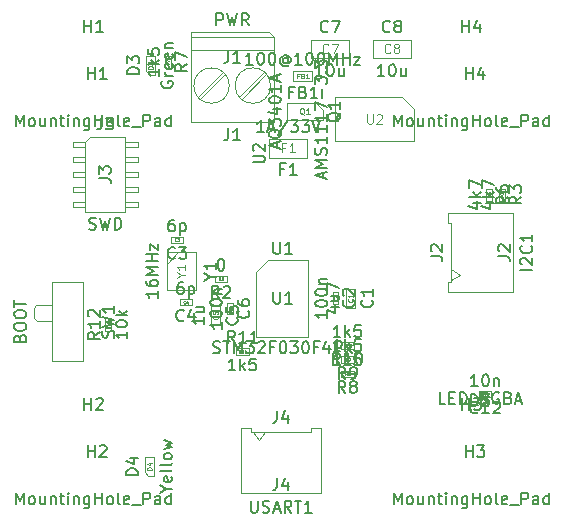
<source format=gbr>
%TF.GenerationSoftware,KiCad,Pcbnew,(6.0.0-rc1-124-g18b4ebcc17)*%
%TF.CreationDate,2021-11-25T20:10:52+05:30*%
%TF.ProjectId,Europa,4575726f-7061-42e6-9b69-6361645f7063,rev?*%
%TF.SameCoordinates,Original*%
%TF.FileFunction,AssemblyDrawing,Top*%
%FSLAX46Y46*%
G04 Gerber Fmt 4.6, Leading zero omitted, Abs format (unit mm)*
G04 Created by KiCad (PCBNEW (6.0.0-rc1-124-g18b4ebcc17)) date 2021-11-25 20:10:52*
%MOMM*%
%LPD*%
G01*
G04 APERTURE LIST*
%ADD10C,0.150000*%
%ADD11C,0.060000*%
%ADD12C,0.040000*%
%ADD13C,0.105000*%
%ADD14C,0.120000*%
%ADD15C,0.075000*%
%ADD16C,0.100000*%
G04 APERTURE END LIST*
D10*
%TO.C,C1*%
X57562142Y-53166666D02*
X57609761Y-53214285D01*
X57657380Y-53357142D01*
X57657380Y-53452380D01*
X57609761Y-53595238D01*
X57514523Y-53690476D01*
X57419285Y-53738095D01*
X57228809Y-53785714D01*
X57085952Y-53785714D01*
X56895476Y-53738095D01*
X56800238Y-53690476D01*
X56705000Y-53595238D01*
X56657380Y-53452380D01*
X56657380Y-53357142D01*
X56705000Y-53214285D01*
X56752619Y-53166666D01*
X57657380Y-52214285D02*
X57657380Y-52785714D01*
X57657380Y-52500000D02*
X56657380Y-52500000D01*
X56800238Y-52595238D01*
X56895476Y-52690476D01*
X56943095Y-52785714D01*
X54130714Y-53738095D02*
X54797380Y-53738095D01*
X53749761Y-53976190D02*
X54464047Y-54214285D01*
X54464047Y-53595238D01*
X54130714Y-52785714D02*
X54797380Y-52785714D01*
X54130714Y-53214285D02*
X54654523Y-53214285D01*
X54749761Y-53166666D01*
X54797380Y-53071428D01*
X54797380Y-52928571D01*
X54749761Y-52833333D01*
X54702142Y-52785714D01*
X53797380Y-52404761D02*
X53797380Y-51738095D01*
X54797380Y-52166666D01*
D11*
X55917857Y-53066666D02*
X55936904Y-53085714D01*
X55955952Y-53142857D01*
X55955952Y-53180952D01*
X55936904Y-53238095D01*
X55898809Y-53276190D01*
X55860714Y-53295238D01*
X55784523Y-53314285D01*
X55727380Y-53314285D01*
X55651190Y-53295238D01*
X55613095Y-53276190D01*
X55575000Y-53238095D01*
X55555952Y-53180952D01*
X55555952Y-53142857D01*
X55575000Y-53085714D01*
X55594047Y-53066666D01*
X55955952Y-52685714D02*
X55955952Y-52914285D01*
X55955952Y-52800000D02*
X55555952Y-52800000D01*
X55613095Y-52838095D01*
X55651190Y-52876190D01*
X55670238Y-52914285D01*
D10*
%TO.C,C2*%
X56017142Y-53166666D02*
X56064761Y-53214285D01*
X56112380Y-53357142D01*
X56112380Y-53452380D01*
X56064761Y-53595238D01*
X55969523Y-53690476D01*
X55874285Y-53738095D01*
X55683809Y-53785714D01*
X55540952Y-53785714D01*
X55350476Y-53738095D01*
X55255238Y-53690476D01*
X55160000Y-53595238D01*
X55112380Y-53452380D01*
X55112380Y-53357142D01*
X55160000Y-53214285D01*
X55207619Y-53166666D01*
X55207619Y-52785714D02*
X55160000Y-52738095D01*
X55112380Y-52642857D01*
X55112380Y-52404761D01*
X55160000Y-52309523D01*
X55207619Y-52261904D01*
X55302857Y-52214285D01*
X55398095Y-52214285D01*
X55540952Y-52261904D01*
X56112380Y-52833333D01*
X56112380Y-52214285D01*
X53792380Y-54119047D02*
X53792380Y-54690476D01*
X53792380Y-54404761D02*
X52792380Y-54404761D01*
X52935238Y-54500000D01*
X53030476Y-54595238D01*
X53078095Y-54690476D01*
X52792380Y-53500000D02*
X52792380Y-53404761D01*
X52840000Y-53309523D01*
X52887619Y-53261904D01*
X52982857Y-53214285D01*
X53173333Y-53166666D01*
X53411428Y-53166666D01*
X53601904Y-53214285D01*
X53697142Y-53261904D01*
X53744761Y-53309523D01*
X53792380Y-53404761D01*
X53792380Y-53500000D01*
X53744761Y-53595238D01*
X53697142Y-53642857D01*
X53601904Y-53690476D01*
X53411428Y-53738095D01*
X53173333Y-53738095D01*
X52982857Y-53690476D01*
X52887619Y-53642857D01*
X52840000Y-53595238D01*
X52792380Y-53500000D01*
X52792380Y-52547619D02*
X52792380Y-52452380D01*
X52840000Y-52357142D01*
X52887619Y-52309523D01*
X52982857Y-52261904D01*
X53173333Y-52214285D01*
X53411428Y-52214285D01*
X53601904Y-52261904D01*
X53697142Y-52309523D01*
X53744761Y-52357142D01*
X53792380Y-52452380D01*
X53792380Y-52547619D01*
X53744761Y-52642857D01*
X53697142Y-52690476D01*
X53601904Y-52738095D01*
X53411428Y-52785714D01*
X53173333Y-52785714D01*
X52982857Y-52738095D01*
X52887619Y-52690476D01*
X52840000Y-52642857D01*
X52792380Y-52547619D01*
X53125714Y-51785714D02*
X53792380Y-51785714D01*
X53220952Y-51785714D02*
X53173333Y-51738095D01*
X53125714Y-51642857D01*
X53125714Y-51500000D01*
X53173333Y-51404761D01*
X53268571Y-51357142D01*
X53792380Y-51357142D01*
D12*
X54589285Y-53041666D02*
X54601190Y-53053571D01*
X54613095Y-53089285D01*
X54613095Y-53113095D01*
X54601190Y-53148809D01*
X54577380Y-53172619D01*
X54553571Y-53184523D01*
X54505952Y-53196428D01*
X54470238Y-53196428D01*
X54422619Y-53184523D01*
X54398809Y-53172619D01*
X54375000Y-53148809D01*
X54363095Y-53113095D01*
X54363095Y-53089285D01*
X54375000Y-53053571D01*
X54386904Y-53041666D01*
X54386904Y-52946428D02*
X54375000Y-52934523D01*
X54363095Y-52910714D01*
X54363095Y-52851190D01*
X54375000Y-52827380D01*
X54386904Y-52815476D01*
X54410714Y-52803571D01*
X54434523Y-52803571D01*
X54470238Y-52815476D01*
X54613095Y-52958333D01*
X54613095Y-52803571D01*
D10*
%TO.C,C5*%
X46137142Y-54616666D02*
X46184761Y-54664285D01*
X46232380Y-54807142D01*
X46232380Y-54902380D01*
X46184761Y-55045238D01*
X46089523Y-55140476D01*
X45994285Y-55188095D01*
X45803809Y-55235714D01*
X45660952Y-55235714D01*
X45470476Y-55188095D01*
X45375238Y-55140476D01*
X45280000Y-55045238D01*
X45232380Y-54902380D01*
X45232380Y-54807142D01*
X45280000Y-54664285D01*
X45327619Y-54616666D01*
X45232380Y-53711904D02*
X45232380Y-54188095D01*
X45708571Y-54235714D01*
X45660952Y-54188095D01*
X45613333Y-54092857D01*
X45613333Y-53854761D01*
X45660952Y-53759523D01*
X45708571Y-53711904D01*
X45803809Y-53664285D01*
X46041904Y-53664285D01*
X46137142Y-53711904D01*
X46184761Y-53759523D01*
X46232380Y-53854761D01*
X46232380Y-54092857D01*
X46184761Y-54188095D01*
X46137142Y-54235714D01*
X43372380Y-54616666D02*
X43372380Y-55188095D01*
X43372380Y-54902380D02*
X42372380Y-54902380D01*
X42515238Y-54997619D01*
X42610476Y-55092857D01*
X42658095Y-55188095D01*
X42705714Y-53759523D02*
X43372380Y-53759523D01*
X42705714Y-54188095D02*
X43229523Y-54188095D01*
X43324761Y-54140476D01*
X43372380Y-54045238D01*
X43372380Y-53902380D01*
X43324761Y-53807142D01*
X43277142Y-53759523D01*
D11*
X44492857Y-54516666D02*
X44511904Y-54535714D01*
X44530952Y-54592857D01*
X44530952Y-54630952D01*
X44511904Y-54688095D01*
X44473809Y-54726190D01*
X44435714Y-54745238D01*
X44359523Y-54764285D01*
X44302380Y-54764285D01*
X44226190Y-54745238D01*
X44188095Y-54726190D01*
X44150000Y-54688095D01*
X44130952Y-54630952D01*
X44130952Y-54592857D01*
X44150000Y-54535714D01*
X44169047Y-54516666D01*
X44130952Y-54154761D02*
X44130952Y-54345238D01*
X44321428Y-54364285D01*
X44302380Y-54345238D01*
X44283333Y-54307142D01*
X44283333Y-54211904D01*
X44302380Y-54173809D01*
X44321428Y-54154761D01*
X44359523Y-54135714D01*
X44454761Y-54135714D01*
X44492857Y-54154761D01*
X44511904Y-54173809D01*
X44530952Y-54211904D01*
X44530952Y-54307142D01*
X44511904Y-54345238D01*
X44492857Y-54364285D01*
D10*
%TO.C,H1*%
X33238095Y-30452380D02*
X33238095Y-29452380D01*
X33238095Y-29928571D02*
X33809523Y-29928571D01*
X33809523Y-30452380D02*
X33809523Y-29452380D01*
X34809523Y-30452380D02*
X34238095Y-30452380D01*
X34523809Y-30452380D02*
X34523809Y-29452380D01*
X34428571Y-29595238D01*
X34333333Y-29690476D01*
X34238095Y-29738095D01*
X27428571Y-38452380D02*
X27428571Y-37452380D01*
X27761904Y-38166666D01*
X28095238Y-37452380D01*
X28095238Y-38452380D01*
X28714285Y-38452380D02*
X28619047Y-38404761D01*
X28571428Y-38357142D01*
X28523809Y-38261904D01*
X28523809Y-37976190D01*
X28571428Y-37880952D01*
X28619047Y-37833333D01*
X28714285Y-37785714D01*
X28857142Y-37785714D01*
X28952380Y-37833333D01*
X29000000Y-37880952D01*
X29047619Y-37976190D01*
X29047619Y-38261904D01*
X29000000Y-38357142D01*
X28952380Y-38404761D01*
X28857142Y-38452380D01*
X28714285Y-38452380D01*
X29904761Y-37785714D02*
X29904761Y-38452380D01*
X29476190Y-37785714D02*
X29476190Y-38309523D01*
X29523809Y-38404761D01*
X29619047Y-38452380D01*
X29761904Y-38452380D01*
X29857142Y-38404761D01*
X29904761Y-38357142D01*
X30380952Y-37785714D02*
X30380952Y-38452380D01*
X30380952Y-37880952D02*
X30428571Y-37833333D01*
X30523809Y-37785714D01*
X30666666Y-37785714D01*
X30761904Y-37833333D01*
X30809523Y-37928571D01*
X30809523Y-38452380D01*
X31142857Y-37785714D02*
X31523809Y-37785714D01*
X31285714Y-37452380D02*
X31285714Y-38309523D01*
X31333333Y-38404761D01*
X31428571Y-38452380D01*
X31523809Y-38452380D01*
X31857142Y-38452380D02*
X31857142Y-37785714D01*
X31857142Y-37452380D02*
X31809523Y-37500000D01*
X31857142Y-37547619D01*
X31904761Y-37500000D01*
X31857142Y-37452380D01*
X31857142Y-37547619D01*
X32333333Y-37785714D02*
X32333333Y-38452380D01*
X32333333Y-37880952D02*
X32380952Y-37833333D01*
X32476190Y-37785714D01*
X32619047Y-37785714D01*
X32714285Y-37833333D01*
X32761904Y-37928571D01*
X32761904Y-38452380D01*
X33666666Y-37785714D02*
X33666666Y-38595238D01*
X33619047Y-38690476D01*
X33571428Y-38738095D01*
X33476190Y-38785714D01*
X33333333Y-38785714D01*
X33238095Y-38738095D01*
X33666666Y-38404761D02*
X33571428Y-38452380D01*
X33380952Y-38452380D01*
X33285714Y-38404761D01*
X33238095Y-38357142D01*
X33190476Y-38261904D01*
X33190476Y-37976190D01*
X33238095Y-37880952D01*
X33285714Y-37833333D01*
X33380952Y-37785714D01*
X33571428Y-37785714D01*
X33666666Y-37833333D01*
X34142857Y-38452380D02*
X34142857Y-37452380D01*
X34142857Y-37928571D02*
X34714285Y-37928571D01*
X34714285Y-38452380D02*
X34714285Y-37452380D01*
X35333333Y-38452380D02*
X35238095Y-38404761D01*
X35190476Y-38357142D01*
X35142857Y-38261904D01*
X35142857Y-37976190D01*
X35190476Y-37880952D01*
X35238095Y-37833333D01*
X35333333Y-37785714D01*
X35476190Y-37785714D01*
X35571428Y-37833333D01*
X35619047Y-37880952D01*
X35666666Y-37976190D01*
X35666666Y-38261904D01*
X35619047Y-38357142D01*
X35571428Y-38404761D01*
X35476190Y-38452380D01*
X35333333Y-38452380D01*
X36238095Y-38452380D02*
X36142857Y-38404761D01*
X36095238Y-38309523D01*
X36095238Y-37452380D01*
X37000000Y-38404761D02*
X36904761Y-38452380D01*
X36714285Y-38452380D01*
X36619047Y-38404761D01*
X36571428Y-38309523D01*
X36571428Y-37928571D01*
X36619047Y-37833333D01*
X36714285Y-37785714D01*
X36904761Y-37785714D01*
X37000000Y-37833333D01*
X37047619Y-37928571D01*
X37047619Y-38023809D01*
X36571428Y-38119047D01*
X37238095Y-38547619D02*
X38000000Y-38547619D01*
X38238095Y-38452380D02*
X38238095Y-37452380D01*
X38619047Y-37452380D01*
X38714285Y-37500000D01*
X38761904Y-37547619D01*
X38809523Y-37642857D01*
X38809523Y-37785714D01*
X38761904Y-37880952D01*
X38714285Y-37928571D01*
X38619047Y-37976190D01*
X38238095Y-37976190D01*
X39666666Y-38452380D02*
X39666666Y-37928571D01*
X39619047Y-37833333D01*
X39523809Y-37785714D01*
X39333333Y-37785714D01*
X39238095Y-37833333D01*
X39666666Y-38404761D02*
X39571428Y-38452380D01*
X39333333Y-38452380D01*
X39238095Y-38404761D01*
X39190476Y-38309523D01*
X39190476Y-38214285D01*
X39238095Y-38119047D01*
X39333333Y-38071428D01*
X39571428Y-38071428D01*
X39666666Y-38023809D01*
X40571428Y-38452380D02*
X40571428Y-37452380D01*
X40571428Y-38404761D02*
X40476190Y-38452380D01*
X40285714Y-38452380D01*
X40190476Y-38404761D01*
X40142857Y-38357142D01*
X40095238Y-38261904D01*
X40095238Y-37976190D01*
X40142857Y-37880952D01*
X40190476Y-37833333D01*
X40285714Y-37785714D01*
X40476190Y-37785714D01*
X40571428Y-37833333D01*
X33538095Y-34452380D02*
X33538095Y-33452380D01*
X33538095Y-33928571D02*
X34109523Y-33928571D01*
X34109523Y-34452380D02*
X34109523Y-33452380D01*
X35109523Y-34452380D02*
X34538095Y-34452380D01*
X34823809Y-34452380D02*
X34823809Y-33452380D01*
X34728571Y-33595238D01*
X34633333Y-33690476D01*
X34538095Y-33738095D01*
%TO.C,H2*%
X33238095Y-62452380D02*
X33238095Y-61452380D01*
X33238095Y-61928571D02*
X33809523Y-61928571D01*
X33809523Y-62452380D02*
X33809523Y-61452380D01*
X34238095Y-61547619D02*
X34285714Y-61500000D01*
X34380952Y-61452380D01*
X34619047Y-61452380D01*
X34714285Y-61500000D01*
X34761904Y-61547619D01*
X34809523Y-61642857D01*
X34809523Y-61738095D01*
X34761904Y-61880952D01*
X34190476Y-62452380D01*
X34809523Y-62452380D01*
X27428571Y-70452380D02*
X27428571Y-69452380D01*
X27761904Y-70166666D01*
X28095238Y-69452380D01*
X28095238Y-70452380D01*
X28714285Y-70452380D02*
X28619047Y-70404761D01*
X28571428Y-70357142D01*
X28523809Y-70261904D01*
X28523809Y-69976190D01*
X28571428Y-69880952D01*
X28619047Y-69833333D01*
X28714285Y-69785714D01*
X28857142Y-69785714D01*
X28952380Y-69833333D01*
X29000000Y-69880952D01*
X29047619Y-69976190D01*
X29047619Y-70261904D01*
X29000000Y-70357142D01*
X28952380Y-70404761D01*
X28857142Y-70452380D01*
X28714285Y-70452380D01*
X29904761Y-69785714D02*
X29904761Y-70452380D01*
X29476190Y-69785714D02*
X29476190Y-70309523D01*
X29523809Y-70404761D01*
X29619047Y-70452380D01*
X29761904Y-70452380D01*
X29857142Y-70404761D01*
X29904761Y-70357142D01*
X30380952Y-69785714D02*
X30380952Y-70452380D01*
X30380952Y-69880952D02*
X30428571Y-69833333D01*
X30523809Y-69785714D01*
X30666666Y-69785714D01*
X30761904Y-69833333D01*
X30809523Y-69928571D01*
X30809523Y-70452380D01*
X31142857Y-69785714D02*
X31523809Y-69785714D01*
X31285714Y-69452380D02*
X31285714Y-70309523D01*
X31333333Y-70404761D01*
X31428571Y-70452380D01*
X31523809Y-70452380D01*
X31857142Y-70452380D02*
X31857142Y-69785714D01*
X31857142Y-69452380D02*
X31809523Y-69500000D01*
X31857142Y-69547619D01*
X31904761Y-69500000D01*
X31857142Y-69452380D01*
X31857142Y-69547619D01*
X32333333Y-69785714D02*
X32333333Y-70452380D01*
X32333333Y-69880952D02*
X32380952Y-69833333D01*
X32476190Y-69785714D01*
X32619047Y-69785714D01*
X32714285Y-69833333D01*
X32761904Y-69928571D01*
X32761904Y-70452380D01*
X33666666Y-69785714D02*
X33666666Y-70595238D01*
X33619047Y-70690476D01*
X33571428Y-70738095D01*
X33476190Y-70785714D01*
X33333333Y-70785714D01*
X33238095Y-70738095D01*
X33666666Y-70404761D02*
X33571428Y-70452380D01*
X33380952Y-70452380D01*
X33285714Y-70404761D01*
X33238095Y-70357142D01*
X33190476Y-70261904D01*
X33190476Y-69976190D01*
X33238095Y-69880952D01*
X33285714Y-69833333D01*
X33380952Y-69785714D01*
X33571428Y-69785714D01*
X33666666Y-69833333D01*
X34142857Y-70452380D02*
X34142857Y-69452380D01*
X34142857Y-69928571D02*
X34714285Y-69928571D01*
X34714285Y-70452380D02*
X34714285Y-69452380D01*
X35333333Y-70452380D02*
X35238095Y-70404761D01*
X35190476Y-70357142D01*
X35142857Y-70261904D01*
X35142857Y-69976190D01*
X35190476Y-69880952D01*
X35238095Y-69833333D01*
X35333333Y-69785714D01*
X35476190Y-69785714D01*
X35571428Y-69833333D01*
X35619047Y-69880952D01*
X35666666Y-69976190D01*
X35666666Y-70261904D01*
X35619047Y-70357142D01*
X35571428Y-70404761D01*
X35476190Y-70452380D01*
X35333333Y-70452380D01*
X36238095Y-70452380D02*
X36142857Y-70404761D01*
X36095238Y-70309523D01*
X36095238Y-69452380D01*
X37000000Y-70404761D02*
X36904761Y-70452380D01*
X36714285Y-70452380D01*
X36619047Y-70404761D01*
X36571428Y-70309523D01*
X36571428Y-69928571D01*
X36619047Y-69833333D01*
X36714285Y-69785714D01*
X36904761Y-69785714D01*
X37000000Y-69833333D01*
X37047619Y-69928571D01*
X37047619Y-70023809D01*
X36571428Y-70119047D01*
X37238095Y-70547619D02*
X38000000Y-70547619D01*
X38238095Y-70452380D02*
X38238095Y-69452380D01*
X38619047Y-69452380D01*
X38714285Y-69500000D01*
X38761904Y-69547619D01*
X38809523Y-69642857D01*
X38809523Y-69785714D01*
X38761904Y-69880952D01*
X38714285Y-69928571D01*
X38619047Y-69976190D01*
X38238095Y-69976190D01*
X39666666Y-70452380D02*
X39666666Y-69928571D01*
X39619047Y-69833333D01*
X39523809Y-69785714D01*
X39333333Y-69785714D01*
X39238095Y-69833333D01*
X39666666Y-70404761D02*
X39571428Y-70452380D01*
X39333333Y-70452380D01*
X39238095Y-70404761D01*
X39190476Y-70309523D01*
X39190476Y-70214285D01*
X39238095Y-70119047D01*
X39333333Y-70071428D01*
X39571428Y-70071428D01*
X39666666Y-70023809D01*
X40571428Y-70452380D02*
X40571428Y-69452380D01*
X40571428Y-70404761D02*
X40476190Y-70452380D01*
X40285714Y-70452380D01*
X40190476Y-70404761D01*
X40142857Y-70357142D01*
X40095238Y-70261904D01*
X40095238Y-69976190D01*
X40142857Y-69880952D01*
X40190476Y-69833333D01*
X40285714Y-69785714D01*
X40476190Y-69785714D01*
X40571428Y-69833333D01*
X33538095Y-66452380D02*
X33538095Y-65452380D01*
X33538095Y-65928571D02*
X34109523Y-65928571D01*
X34109523Y-66452380D02*
X34109523Y-65452380D01*
X34538095Y-65547619D02*
X34585714Y-65500000D01*
X34680952Y-65452380D01*
X34919047Y-65452380D01*
X35014285Y-65500000D01*
X35061904Y-65547619D01*
X35109523Y-65642857D01*
X35109523Y-65738095D01*
X35061904Y-65880952D01*
X34490476Y-66452380D01*
X35109523Y-66452380D01*
%TO.C,H3*%
X65238095Y-62452380D02*
X65238095Y-61452380D01*
X65238095Y-61928571D02*
X65809523Y-61928571D01*
X65809523Y-62452380D02*
X65809523Y-61452380D01*
X66190476Y-61452380D02*
X66809523Y-61452380D01*
X66476190Y-61833333D01*
X66619047Y-61833333D01*
X66714285Y-61880952D01*
X66761904Y-61928571D01*
X66809523Y-62023809D01*
X66809523Y-62261904D01*
X66761904Y-62357142D01*
X66714285Y-62404761D01*
X66619047Y-62452380D01*
X66333333Y-62452380D01*
X66238095Y-62404761D01*
X66190476Y-62357142D01*
X59428571Y-70452380D02*
X59428571Y-69452380D01*
X59761904Y-70166666D01*
X60095238Y-69452380D01*
X60095238Y-70452380D01*
X60714285Y-70452380D02*
X60619047Y-70404761D01*
X60571428Y-70357142D01*
X60523809Y-70261904D01*
X60523809Y-69976190D01*
X60571428Y-69880952D01*
X60619047Y-69833333D01*
X60714285Y-69785714D01*
X60857142Y-69785714D01*
X60952380Y-69833333D01*
X60999999Y-69880952D01*
X61047619Y-69976190D01*
X61047619Y-70261904D01*
X60999999Y-70357142D01*
X60952380Y-70404761D01*
X60857142Y-70452380D01*
X60714285Y-70452380D01*
X61904761Y-69785714D02*
X61904761Y-70452380D01*
X61476190Y-69785714D02*
X61476190Y-70309523D01*
X61523809Y-70404761D01*
X61619047Y-70452380D01*
X61761904Y-70452380D01*
X61857142Y-70404761D01*
X61904761Y-70357142D01*
X62380952Y-69785714D02*
X62380952Y-70452380D01*
X62380952Y-69880952D02*
X62428571Y-69833333D01*
X62523809Y-69785714D01*
X62666666Y-69785714D01*
X62761904Y-69833333D01*
X62809523Y-69928571D01*
X62809523Y-70452380D01*
X63142857Y-69785714D02*
X63523809Y-69785714D01*
X63285714Y-69452380D02*
X63285714Y-70309523D01*
X63333333Y-70404761D01*
X63428571Y-70452380D01*
X63523809Y-70452380D01*
X63857142Y-70452380D02*
X63857142Y-69785714D01*
X63857142Y-69452380D02*
X63809523Y-69500000D01*
X63857142Y-69547619D01*
X63904761Y-69500000D01*
X63857142Y-69452380D01*
X63857142Y-69547619D01*
X64333333Y-69785714D02*
X64333333Y-70452380D01*
X64333333Y-69880952D02*
X64380952Y-69833333D01*
X64476190Y-69785714D01*
X64619047Y-69785714D01*
X64714285Y-69833333D01*
X64761904Y-69928571D01*
X64761904Y-70452380D01*
X65666666Y-69785714D02*
X65666666Y-70595238D01*
X65619047Y-70690476D01*
X65571428Y-70738095D01*
X65476190Y-70785714D01*
X65333333Y-70785714D01*
X65238095Y-70738095D01*
X65666666Y-70404761D02*
X65571428Y-70452380D01*
X65380952Y-70452380D01*
X65285714Y-70404761D01*
X65238095Y-70357142D01*
X65190476Y-70261904D01*
X65190476Y-69976190D01*
X65238095Y-69880952D01*
X65285714Y-69833333D01*
X65380952Y-69785714D01*
X65571428Y-69785714D01*
X65666666Y-69833333D01*
X66142857Y-70452380D02*
X66142857Y-69452380D01*
X66142857Y-69928571D02*
X66714285Y-69928571D01*
X66714285Y-70452380D02*
X66714285Y-69452380D01*
X67333333Y-70452380D02*
X67238095Y-70404761D01*
X67190476Y-70357142D01*
X67142857Y-70261904D01*
X67142857Y-69976190D01*
X67190476Y-69880952D01*
X67238095Y-69833333D01*
X67333333Y-69785714D01*
X67476190Y-69785714D01*
X67571428Y-69833333D01*
X67619047Y-69880952D01*
X67666666Y-69976190D01*
X67666666Y-70261904D01*
X67619047Y-70357142D01*
X67571428Y-70404761D01*
X67476190Y-70452380D01*
X67333333Y-70452380D01*
X68238095Y-70452380D02*
X68142857Y-70404761D01*
X68095238Y-70309523D01*
X68095238Y-69452380D01*
X69000000Y-70404761D02*
X68904761Y-70452380D01*
X68714285Y-70452380D01*
X68619047Y-70404761D01*
X68571428Y-70309523D01*
X68571428Y-69928571D01*
X68619047Y-69833333D01*
X68714285Y-69785714D01*
X68904761Y-69785714D01*
X69000000Y-69833333D01*
X69047619Y-69928571D01*
X69047619Y-70023809D01*
X68571428Y-70119047D01*
X69238095Y-70547619D02*
X70000000Y-70547619D01*
X70238095Y-70452380D02*
X70238095Y-69452380D01*
X70619047Y-69452380D01*
X70714285Y-69500000D01*
X70761904Y-69547619D01*
X70809523Y-69642857D01*
X70809523Y-69785714D01*
X70761904Y-69880952D01*
X70714285Y-69928571D01*
X70619047Y-69976190D01*
X70238095Y-69976190D01*
X71666666Y-70452380D02*
X71666666Y-69928571D01*
X71619047Y-69833333D01*
X71523809Y-69785714D01*
X71333333Y-69785714D01*
X71238095Y-69833333D01*
X71666666Y-70404761D02*
X71571428Y-70452380D01*
X71333333Y-70452380D01*
X71238095Y-70404761D01*
X71190476Y-70309523D01*
X71190476Y-70214285D01*
X71238095Y-70119047D01*
X71333333Y-70071428D01*
X71571428Y-70071428D01*
X71666666Y-70023809D01*
X72571428Y-70452380D02*
X72571428Y-69452380D01*
X72571428Y-70404761D02*
X72476190Y-70452380D01*
X72285714Y-70452380D01*
X72190476Y-70404761D01*
X72142857Y-70357142D01*
X72095238Y-70261904D01*
X72095238Y-69976190D01*
X72142857Y-69880952D01*
X72190476Y-69833333D01*
X72285714Y-69785714D01*
X72476190Y-69785714D01*
X72571428Y-69833333D01*
X65538095Y-66452380D02*
X65538095Y-65452380D01*
X65538095Y-65928571D02*
X66109523Y-65928571D01*
X66109523Y-66452380D02*
X66109523Y-65452380D01*
X66490476Y-65452380D02*
X67109523Y-65452380D01*
X66776190Y-65833333D01*
X66919047Y-65833333D01*
X67014285Y-65880952D01*
X67061904Y-65928571D01*
X67109523Y-66023809D01*
X67109523Y-66261904D01*
X67061904Y-66357142D01*
X67014285Y-66404761D01*
X66919047Y-66452380D01*
X66633333Y-66452380D01*
X66538095Y-66404761D01*
X66490476Y-66357142D01*
%TO.C,J3*%
X34666666Y-37717380D02*
X34666666Y-38431666D01*
X34619047Y-38574523D01*
X34523809Y-38669761D01*
X34380952Y-38717380D01*
X34285714Y-38717380D01*
X35047619Y-37717380D02*
X35666666Y-37717380D01*
X35333333Y-38098333D01*
X35476190Y-38098333D01*
X35571428Y-38145952D01*
X35619047Y-38193571D01*
X35666666Y-38288809D01*
X35666666Y-38526904D01*
X35619047Y-38622142D01*
X35571428Y-38669761D01*
X35476190Y-38717380D01*
X35190476Y-38717380D01*
X35095238Y-38669761D01*
X35047619Y-38622142D01*
X33642857Y-47139761D02*
X33785714Y-47187380D01*
X34023809Y-47187380D01*
X34119047Y-47139761D01*
X34166666Y-47092142D01*
X34214285Y-46996904D01*
X34214285Y-46901666D01*
X34166666Y-46806428D01*
X34119047Y-46758809D01*
X34023809Y-46711190D01*
X33833333Y-46663571D01*
X33738095Y-46615952D01*
X33690476Y-46568333D01*
X33642857Y-46473095D01*
X33642857Y-46377857D01*
X33690476Y-46282619D01*
X33738095Y-46235000D01*
X33833333Y-46187380D01*
X34071428Y-46187380D01*
X34214285Y-46235000D01*
X34547619Y-46187380D02*
X34785714Y-47187380D01*
X34976190Y-46473095D01*
X35166666Y-47187380D01*
X35404761Y-46187380D01*
X35785714Y-47187380D02*
X35785714Y-46187380D01*
X36023809Y-46187380D01*
X36166666Y-46235000D01*
X36261904Y-46330238D01*
X36309523Y-46425476D01*
X36357142Y-46615952D01*
X36357142Y-46758809D01*
X36309523Y-46949285D01*
X36261904Y-47044523D01*
X36166666Y-47139761D01*
X36023809Y-47187380D01*
X35785714Y-47187380D01*
X34452380Y-42833333D02*
X35166666Y-42833333D01*
X35309523Y-42880952D01*
X35404761Y-42976190D01*
X35452380Y-43119047D01*
X35452380Y-43214285D01*
X34452380Y-42452380D02*
X34452380Y-41833333D01*
X34833333Y-42166666D01*
X34833333Y-42023809D01*
X34880952Y-41928571D01*
X34928571Y-41880952D01*
X35023809Y-41833333D01*
X35261904Y-41833333D01*
X35357142Y-41880952D01*
X35404761Y-41928571D01*
X35452380Y-42023809D01*
X35452380Y-42309523D01*
X35404761Y-42404761D01*
X35357142Y-42452380D01*
%TO.C,R3*%
X70222380Y-44406666D02*
X69746190Y-44740000D01*
X70222380Y-44978095D02*
X69222380Y-44978095D01*
X69222380Y-44597142D01*
X69270000Y-44501904D01*
X69317619Y-44454285D01*
X69412857Y-44406666D01*
X69555714Y-44406666D01*
X69650952Y-44454285D01*
X69698571Y-44501904D01*
X69746190Y-44597142D01*
X69746190Y-44978095D01*
X69222380Y-44073333D02*
X69222380Y-43454285D01*
X69603333Y-43787619D01*
X69603333Y-43644761D01*
X69650952Y-43549523D01*
X69698571Y-43501904D01*
X69793809Y-43454285D01*
X70031904Y-43454285D01*
X70127142Y-43501904D01*
X70174761Y-43549523D01*
X70222380Y-43644761D01*
X70222380Y-43930476D01*
X70174761Y-44025714D01*
X70127142Y-44073333D01*
X67215714Y-44930476D02*
X67882380Y-44930476D01*
X66834761Y-45168571D02*
X67549047Y-45406666D01*
X67549047Y-44787619D01*
X67882380Y-44406666D02*
X66882380Y-44406666D01*
X67501428Y-44311428D02*
X67882380Y-44025714D01*
X67215714Y-44025714D02*
X67596666Y-44406666D01*
X66882380Y-43692380D02*
X66882380Y-43025714D01*
X67882380Y-43454285D01*
D12*
X68717619Y-44283333D02*
X68593809Y-44370000D01*
X68717619Y-44431904D02*
X68457619Y-44431904D01*
X68457619Y-44332857D01*
X68470000Y-44308095D01*
X68482380Y-44295714D01*
X68507142Y-44283333D01*
X68544285Y-44283333D01*
X68569047Y-44295714D01*
X68581428Y-44308095D01*
X68593809Y-44332857D01*
X68593809Y-44431904D01*
X68457619Y-44196666D02*
X68457619Y-44035714D01*
X68556666Y-44122380D01*
X68556666Y-44085238D01*
X68569047Y-44060476D01*
X68581428Y-44048095D01*
X68606190Y-44035714D01*
X68668095Y-44035714D01*
X68692857Y-44048095D01*
X68705238Y-44060476D01*
X68717619Y-44085238D01*
X68717619Y-44159523D01*
X68705238Y-44184285D01*
X68692857Y-44196666D01*
D10*
%TO.C,R6*%
X69122380Y-44406666D02*
X68646190Y-44740000D01*
X69122380Y-44978095D02*
X68122380Y-44978095D01*
X68122380Y-44597142D01*
X68170000Y-44501904D01*
X68217619Y-44454285D01*
X68312857Y-44406666D01*
X68455714Y-44406666D01*
X68550952Y-44454285D01*
X68598571Y-44501904D01*
X68646190Y-44597142D01*
X68646190Y-44978095D01*
X68122380Y-43549523D02*
X68122380Y-43740000D01*
X68170000Y-43835238D01*
X68217619Y-43882857D01*
X68360476Y-43978095D01*
X68550952Y-44025714D01*
X68931904Y-44025714D01*
X69027142Y-43978095D01*
X69074761Y-43930476D01*
X69122380Y-43835238D01*
X69122380Y-43644761D01*
X69074761Y-43549523D01*
X69027142Y-43501904D01*
X68931904Y-43454285D01*
X68693809Y-43454285D01*
X68598571Y-43501904D01*
X68550952Y-43549523D01*
X68503333Y-43644761D01*
X68503333Y-43835238D01*
X68550952Y-43930476D01*
X68598571Y-43978095D01*
X68693809Y-44025714D01*
X66115714Y-44930476D02*
X66782380Y-44930476D01*
X65734761Y-45168571D02*
X66449047Y-45406666D01*
X66449047Y-44787619D01*
X66782380Y-44406666D02*
X65782380Y-44406666D01*
X66401428Y-44311428D02*
X66782380Y-44025714D01*
X66115714Y-44025714D02*
X66496666Y-44406666D01*
X65782380Y-43692380D02*
X65782380Y-43025714D01*
X66782380Y-43454285D01*
D12*
X67617619Y-44283333D02*
X67493809Y-44370000D01*
X67617619Y-44431904D02*
X67357619Y-44431904D01*
X67357619Y-44332857D01*
X67370000Y-44308095D01*
X67382380Y-44295714D01*
X67407142Y-44283333D01*
X67444285Y-44283333D01*
X67469047Y-44295714D01*
X67481428Y-44308095D01*
X67493809Y-44332857D01*
X67493809Y-44431904D01*
X67357619Y-44060476D02*
X67357619Y-44110000D01*
X67370000Y-44134761D01*
X67382380Y-44147142D01*
X67419523Y-44171904D01*
X67469047Y-44184285D01*
X67568095Y-44184285D01*
X67592857Y-44171904D01*
X67605238Y-44159523D01*
X67617619Y-44134761D01*
X67617619Y-44085238D01*
X67605238Y-44060476D01*
X67592857Y-44048095D01*
X67568095Y-44035714D01*
X67506190Y-44035714D01*
X67481428Y-44048095D01*
X67469047Y-44060476D01*
X67456666Y-44085238D01*
X67456666Y-44134761D01*
X67469047Y-44159523D01*
X67481428Y-44171904D01*
X67506190Y-44184285D01*
D10*
%TO.C,R8*%
X55333333Y-61022380D02*
X55000000Y-60546190D01*
X54761904Y-61022380D02*
X54761904Y-60022380D01*
X55142857Y-60022380D01*
X55238095Y-60070000D01*
X55285714Y-60117619D01*
X55333333Y-60212857D01*
X55333333Y-60355714D01*
X55285714Y-60450952D01*
X55238095Y-60498571D01*
X55142857Y-60546190D01*
X54761904Y-60546190D01*
X55904761Y-60450952D02*
X55809523Y-60403333D01*
X55761904Y-60355714D01*
X55714285Y-60260476D01*
X55714285Y-60212857D01*
X55761904Y-60117619D01*
X55809523Y-60070000D01*
X55904761Y-60022380D01*
X56095238Y-60022380D01*
X56190476Y-60070000D01*
X56238095Y-60117619D01*
X56285714Y-60212857D01*
X56285714Y-60260476D01*
X56238095Y-60355714D01*
X56190476Y-60403333D01*
X56095238Y-60450952D01*
X55904761Y-60450952D01*
X55809523Y-60498571D01*
X55761904Y-60546190D01*
X55714285Y-60641428D01*
X55714285Y-60831904D01*
X55761904Y-60927142D01*
X55809523Y-60974761D01*
X55904761Y-61022380D01*
X56095238Y-61022380D01*
X56190476Y-60974761D01*
X56238095Y-60927142D01*
X56285714Y-60831904D01*
X56285714Y-60641428D01*
X56238095Y-60546190D01*
X56190476Y-60498571D01*
X56095238Y-60450952D01*
X54904761Y-58682380D02*
X54333333Y-58682380D01*
X54619047Y-58682380D02*
X54619047Y-57682380D01*
X54523809Y-57825238D01*
X54428571Y-57920476D01*
X54333333Y-57968095D01*
X55333333Y-58682380D02*
X55333333Y-57682380D01*
X55428571Y-58301428D02*
X55714285Y-58682380D01*
X55714285Y-58015714D02*
X55333333Y-58396666D01*
X56619047Y-57682380D02*
X56142857Y-57682380D01*
X56095238Y-58158571D01*
X56142857Y-58110952D01*
X56238095Y-58063333D01*
X56476190Y-58063333D01*
X56571428Y-58110952D01*
X56619047Y-58158571D01*
X56666666Y-58253809D01*
X56666666Y-58491904D01*
X56619047Y-58587142D01*
X56571428Y-58634761D01*
X56476190Y-58682380D01*
X56238095Y-58682380D01*
X56142857Y-58634761D01*
X56095238Y-58587142D01*
D12*
X55456666Y-59517619D02*
X55370000Y-59393809D01*
X55308095Y-59517619D02*
X55308095Y-59257619D01*
X55407142Y-59257619D01*
X55431904Y-59270000D01*
X55444285Y-59282380D01*
X55456666Y-59307142D01*
X55456666Y-59344285D01*
X55444285Y-59369047D01*
X55431904Y-59381428D01*
X55407142Y-59393809D01*
X55308095Y-59393809D01*
X55605238Y-59369047D02*
X55580476Y-59356666D01*
X55568095Y-59344285D01*
X55555714Y-59319523D01*
X55555714Y-59307142D01*
X55568095Y-59282380D01*
X55580476Y-59270000D01*
X55605238Y-59257619D01*
X55654761Y-59257619D01*
X55679523Y-59270000D01*
X55691904Y-59282380D01*
X55704285Y-59307142D01*
X55704285Y-59319523D01*
X55691904Y-59344285D01*
X55679523Y-59356666D01*
X55654761Y-59369047D01*
X55605238Y-59369047D01*
X55580476Y-59381428D01*
X55568095Y-59393809D01*
X55555714Y-59418571D01*
X55555714Y-59468095D01*
X55568095Y-59492857D01*
X55580476Y-59505238D01*
X55605238Y-59517619D01*
X55654761Y-59517619D01*
X55679523Y-59505238D01*
X55691904Y-59492857D01*
X55704285Y-59468095D01*
X55704285Y-59418571D01*
X55691904Y-59393809D01*
X55679523Y-59381428D01*
X55654761Y-59369047D01*
D10*
%TO.C,R12*%
X34532380Y-55882857D02*
X34056190Y-56216190D01*
X34532380Y-56454285D02*
X33532380Y-56454285D01*
X33532380Y-56073333D01*
X33580000Y-55978095D01*
X33627619Y-55930476D01*
X33722857Y-55882857D01*
X33865714Y-55882857D01*
X33960952Y-55930476D01*
X34008571Y-55978095D01*
X34056190Y-56073333D01*
X34056190Y-56454285D01*
X34532380Y-54930476D02*
X34532380Y-55501904D01*
X34532380Y-55216190D02*
X33532380Y-55216190D01*
X33675238Y-55311428D01*
X33770476Y-55406666D01*
X33818095Y-55501904D01*
X33627619Y-54549523D02*
X33580000Y-54501904D01*
X33532380Y-54406666D01*
X33532380Y-54168571D01*
X33580000Y-54073333D01*
X33627619Y-54025714D01*
X33722857Y-53978095D01*
X33818095Y-53978095D01*
X33960952Y-54025714D01*
X34532380Y-54597142D01*
X34532380Y-53978095D01*
X36872380Y-55835238D02*
X36872380Y-56406666D01*
X36872380Y-56120952D02*
X35872380Y-56120952D01*
X36015238Y-56216190D01*
X36110476Y-56311428D01*
X36158095Y-56406666D01*
X35872380Y-55216190D02*
X35872380Y-55120952D01*
X35920000Y-55025714D01*
X35967619Y-54978095D01*
X36062857Y-54930476D01*
X36253333Y-54882857D01*
X36491428Y-54882857D01*
X36681904Y-54930476D01*
X36777142Y-54978095D01*
X36824761Y-55025714D01*
X36872380Y-55120952D01*
X36872380Y-55216190D01*
X36824761Y-55311428D01*
X36777142Y-55359047D01*
X36681904Y-55406666D01*
X36491428Y-55454285D01*
X36253333Y-55454285D01*
X36062857Y-55406666D01*
X35967619Y-55359047D01*
X35920000Y-55311428D01*
X35872380Y-55216190D01*
X36872380Y-54454285D02*
X35872380Y-54454285D01*
X36491428Y-54359047D02*
X36872380Y-54073333D01*
X36205714Y-54073333D02*
X36586666Y-54454285D01*
D12*
X35367619Y-55407142D02*
X35243809Y-55493809D01*
X35367619Y-55555714D02*
X35107619Y-55555714D01*
X35107619Y-55456666D01*
X35120000Y-55431904D01*
X35132380Y-55419523D01*
X35157142Y-55407142D01*
X35194285Y-55407142D01*
X35219047Y-55419523D01*
X35231428Y-55431904D01*
X35243809Y-55456666D01*
X35243809Y-55555714D01*
X35367619Y-55159523D02*
X35367619Y-55308095D01*
X35367619Y-55233809D02*
X35107619Y-55233809D01*
X35144761Y-55258571D01*
X35169523Y-55283333D01*
X35181904Y-55308095D01*
X35132380Y-55060476D02*
X35120000Y-55048095D01*
X35107619Y-55023333D01*
X35107619Y-54961428D01*
X35120000Y-54936666D01*
X35132380Y-54924285D01*
X35157142Y-54911904D01*
X35181904Y-54911904D01*
X35219047Y-54924285D01*
X35367619Y-55072857D01*
X35367619Y-54911904D01*
D10*
%TO.C,SW1*%
X35704761Y-56333333D02*
X35752380Y-56190476D01*
X35752380Y-55952380D01*
X35704761Y-55857142D01*
X35657142Y-55809523D01*
X35561904Y-55761904D01*
X35466666Y-55761904D01*
X35371428Y-55809523D01*
X35323809Y-55857142D01*
X35276190Y-55952380D01*
X35228571Y-56142857D01*
X35180952Y-56238095D01*
X35133333Y-56285714D01*
X35038095Y-56333333D01*
X34942857Y-56333333D01*
X34847619Y-56285714D01*
X34800000Y-56238095D01*
X34752380Y-56142857D01*
X34752380Y-55904761D01*
X34800000Y-55761904D01*
X34752380Y-55428571D02*
X35752380Y-55190476D01*
X35038095Y-55000000D01*
X35752380Y-54809523D01*
X34752380Y-54571428D01*
X35752380Y-53666666D02*
X35752380Y-54238095D01*
X35752380Y-53952380D02*
X34752380Y-53952380D01*
X34895238Y-54047619D01*
X34990476Y-54142857D01*
X35038095Y-54238095D01*
X27778571Y-56357142D02*
X27826190Y-56214285D01*
X27873809Y-56166666D01*
X27969047Y-56119047D01*
X28111904Y-56119047D01*
X28207142Y-56166666D01*
X28254761Y-56214285D01*
X28302380Y-56309523D01*
X28302380Y-56690476D01*
X27302380Y-56690476D01*
X27302380Y-56357142D01*
X27350000Y-56261904D01*
X27397619Y-56214285D01*
X27492857Y-56166666D01*
X27588095Y-56166666D01*
X27683333Y-56214285D01*
X27730952Y-56261904D01*
X27778571Y-56357142D01*
X27778571Y-56690476D01*
X27302380Y-55500000D02*
X27302380Y-55309523D01*
X27350000Y-55214285D01*
X27445238Y-55119047D01*
X27635714Y-55071428D01*
X27969047Y-55071428D01*
X28159523Y-55119047D01*
X28254761Y-55214285D01*
X28302380Y-55309523D01*
X28302380Y-55500000D01*
X28254761Y-55595238D01*
X28159523Y-55690476D01*
X27969047Y-55738095D01*
X27635714Y-55738095D01*
X27445238Y-55690476D01*
X27350000Y-55595238D01*
X27302380Y-55500000D01*
X27302380Y-54452380D02*
X27302380Y-54261904D01*
X27350000Y-54166666D01*
X27445238Y-54071428D01*
X27635714Y-54023809D01*
X27969047Y-54023809D01*
X28159523Y-54071428D01*
X28254761Y-54166666D01*
X28302380Y-54261904D01*
X28302380Y-54452380D01*
X28254761Y-54547619D01*
X28159523Y-54642857D01*
X27969047Y-54690476D01*
X27635714Y-54690476D01*
X27445238Y-54642857D01*
X27350000Y-54547619D01*
X27302380Y-54452380D01*
X27302380Y-53738095D02*
X27302380Y-53166666D01*
X28302380Y-53452380D02*
X27302380Y-53452380D01*
X35704761Y-56333333D02*
X35752380Y-56190476D01*
X35752380Y-55952380D01*
X35704761Y-55857142D01*
X35657142Y-55809523D01*
X35561904Y-55761904D01*
X35466666Y-55761904D01*
X35371428Y-55809523D01*
X35323809Y-55857142D01*
X35276190Y-55952380D01*
X35228571Y-56142857D01*
X35180952Y-56238095D01*
X35133333Y-56285714D01*
X35038095Y-56333333D01*
X34942857Y-56333333D01*
X34847619Y-56285714D01*
X34800000Y-56238095D01*
X34752380Y-56142857D01*
X34752380Y-55904761D01*
X34800000Y-55761904D01*
X34752380Y-55428571D02*
X35752380Y-55190476D01*
X35038095Y-55000000D01*
X35752380Y-54809523D01*
X34752380Y-54571428D01*
X35752380Y-53666666D02*
X35752380Y-54238095D01*
X35752380Y-53952380D02*
X34752380Y-53952380D01*
X34895238Y-54047619D01*
X34990476Y-54142857D01*
X35038095Y-54238095D01*
%TO.C,C6*%
X47117142Y-54046666D02*
X47164761Y-54094285D01*
X47212380Y-54237142D01*
X47212380Y-54332380D01*
X47164761Y-54475238D01*
X47069523Y-54570476D01*
X46974285Y-54618095D01*
X46783809Y-54665714D01*
X46640952Y-54665714D01*
X46450476Y-54618095D01*
X46355238Y-54570476D01*
X46260000Y-54475238D01*
X46212380Y-54332380D01*
X46212380Y-54237142D01*
X46260000Y-54094285D01*
X46307619Y-54046666D01*
X46212380Y-53189523D02*
X46212380Y-53380000D01*
X46260000Y-53475238D01*
X46307619Y-53522857D01*
X46450476Y-53618095D01*
X46640952Y-53665714D01*
X47021904Y-53665714D01*
X47117142Y-53618095D01*
X47164761Y-53570476D01*
X47212380Y-53475238D01*
X47212380Y-53284761D01*
X47164761Y-53189523D01*
X47117142Y-53141904D01*
X47021904Y-53094285D01*
X46783809Y-53094285D01*
X46688571Y-53141904D01*
X46640952Y-53189523D01*
X46593333Y-53284761D01*
X46593333Y-53475238D01*
X46640952Y-53570476D01*
X46688571Y-53618095D01*
X46783809Y-53665714D01*
X44892380Y-54999047D02*
X44892380Y-55570476D01*
X44892380Y-55284761D02*
X43892380Y-55284761D01*
X44035238Y-55380000D01*
X44130476Y-55475238D01*
X44178095Y-55570476D01*
X43892380Y-54380000D02*
X43892380Y-54284761D01*
X43940000Y-54189523D01*
X43987619Y-54141904D01*
X44082857Y-54094285D01*
X44273333Y-54046666D01*
X44511428Y-54046666D01*
X44701904Y-54094285D01*
X44797142Y-54141904D01*
X44844761Y-54189523D01*
X44892380Y-54284761D01*
X44892380Y-54380000D01*
X44844761Y-54475238D01*
X44797142Y-54522857D01*
X44701904Y-54570476D01*
X44511428Y-54618095D01*
X44273333Y-54618095D01*
X44082857Y-54570476D01*
X43987619Y-54522857D01*
X43940000Y-54475238D01*
X43892380Y-54380000D01*
X43892380Y-53427619D02*
X43892380Y-53332380D01*
X43940000Y-53237142D01*
X43987619Y-53189523D01*
X44082857Y-53141904D01*
X44273333Y-53094285D01*
X44511428Y-53094285D01*
X44701904Y-53141904D01*
X44797142Y-53189523D01*
X44844761Y-53237142D01*
X44892380Y-53332380D01*
X44892380Y-53427619D01*
X44844761Y-53522857D01*
X44797142Y-53570476D01*
X44701904Y-53618095D01*
X44511428Y-53665714D01*
X44273333Y-53665714D01*
X44082857Y-53618095D01*
X43987619Y-53570476D01*
X43940000Y-53522857D01*
X43892380Y-53427619D01*
X44225714Y-52665714D02*
X44892380Y-52665714D01*
X44320952Y-52665714D02*
X44273333Y-52618095D01*
X44225714Y-52522857D01*
X44225714Y-52380000D01*
X44273333Y-52284761D01*
X44368571Y-52237142D01*
X44892380Y-52237142D01*
D12*
X45689285Y-53921666D02*
X45701190Y-53933571D01*
X45713095Y-53969285D01*
X45713095Y-53993095D01*
X45701190Y-54028809D01*
X45677380Y-54052619D01*
X45653571Y-54064523D01*
X45605952Y-54076428D01*
X45570238Y-54076428D01*
X45522619Y-54064523D01*
X45498809Y-54052619D01*
X45475000Y-54028809D01*
X45463095Y-53993095D01*
X45463095Y-53969285D01*
X45475000Y-53933571D01*
X45486904Y-53921666D01*
X45463095Y-53707380D02*
X45463095Y-53755000D01*
X45475000Y-53778809D01*
X45486904Y-53790714D01*
X45522619Y-53814523D01*
X45570238Y-53826428D01*
X45665476Y-53826428D01*
X45689285Y-53814523D01*
X45701190Y-53802619D01*
X45713095Y-53778809D01*
X45713095Y-53731190D01*
X45701190Y-53707380D01*
X45689285Y-53695476D01*
X45665476Y-53683571D01*
X45605952Y-53683571D01*
X45582142Y-53695476D01*
X45570238Y-53707380D01*
X45558333Y-53731190D01*
X45558333Y-53778809D01*
X45570238Y-53802619D01*
X45582142Y-53814523D01*
X45605952Y-53826428D01*
D10*
%TO.C,R2*%
X44633333Y-52997380D02*
X44300000Y-52521190D01*
X44061904Y-52997380D02*
X44061904Y-51997380D01*
X44442857Y-51997380D01*
X44538095Y-52045000D01*
X44585714Y-52092619D01*
X44633333Y-52187857D01*
X44633333Y-52330714D01*
X44585714Y-52425952D01*
X44538095Y-52473571D01*
X44442857Y-52521190D01*
X44061904Y-52521190D01*
X45014285Y-52092619D02*
X45061904Y-52045000D01*
X45157142Y-51997380D01*
X45395238Y-51997380D01*
X45490476Y-52045000D01*
X45538095Y-52092619D01*
X45585714Y-52187857D01*
X45585714Y-52283095D01*
X45538095Y-52425952D01*
X44966666Y-52997380D01*
X45585714Y-52997380D01*
X44752380Y-49657380D02*
X44847619Y-49657380D01*
X44942857Y-49705000D01*
X44990476Y-49752619D01*
X45038095Y-49847857D01*
X45085714Y-50038333D01*
X45085714Y-50276428D01*
X45038095Y-50466904D01*
X44990476Y-50562142D01*
X44942857Y-50609761D01*
X44847619Y-50657380D01*
X44752380Y-50657380D01*
X44657142Y-50609761D01*
X44609523Y-50562142D01*
X44561904Y-50466904D01*
X44514285Y-50276428D01*
X44514285Y-50038333D01*
X44561904Y-49847857D01*
X44609523Y-49752619D01*
X44657142Y-49705000D01*
X44752380Y-49657380D01*
D12*
X44756666Y-51492619D02*
X44670000Y-51368809D01*
X44608095Y-51492619D02*
X44608095Y-51232619D01*
X44707142Y-51232619D01*
X44731904Y-51245000D01*
X44744285Y-51257380D01*
X44756666Y-51282142D01*
X44756666Y-51319285D01*
X44744285Y-51344047D01*
X44731904Y-51356428D01*
X44707142Y-51368809D01*
X44608095Y-51368809D01*
X44855714Y-51257380D02*
X44868095Y-51245000D01*
X44892857Y-51232619D01*
X44954761Y-51232619D01*
X44979523Y-51245000D01*
X44991904Y-51257380D01*
X45004285Y-51282142D01*
X45004285Y-51306904D01*
X44991904Y-51344047D01*
X44843333Y-51492619D01*
X45004285Y-51492619D01*
D10*
%TO.C,C3*%
X40913333Y-49567142D02*
X40865714Y-49614761D01*
X40722857Y-49662380D01*
X40627619Y-49662380D01*
X40484761Y-49614761D01*
X40389523Y-49519523D01*
X40341904Y-49424285D01*
X40294285Y-49233809D01*
X40294285Y-49090952D01*
X40341904Y-48900476D01*
X40389523Y-48805238D01*
X40484761Y-48710000D01*
X40627619Y-48662380D01*
X40722857Y-48662380D01*
X40865714Y-48710000D01*
X40913333Y-48757619D01*
X41246666Y-48662380D02*
X41865714Y-48662380D01*
X41532380Y-49043333D01*
X41675238Y-49043333D01*
X41770476Y-49090952D01*
X41818095Y-49138571D01*
X41865714Y-49233809D01*
X41865714Y-49471904D01*
X41818095Y-49567142D01*
X41770476Y-49614761D01*
X41675238Y-49662380D01*
X41389523Y-49662380D01*
X41294285Y-49614761D01*
X41246666Y-49567142D01*
X40818095Y-46342380D02*
X40627619Y-46342380D01*
X40532380Y-46390000D01*
X40484761Y-46437619D01*
X40389523Y-46580476D01*
X40341904Y-46770952D01*
X40341904Y-47151904D01*
X40389523Y-47247142D01*
X40437142Y-47294761D01*
X40532380Y-47342380D01*
X40722857Y-47342380D01*
X40818095Y-47294761D01*
X40865714Y-47247142D01*
X40913333Y-47151904D01*
X40913333Y-46913809D01*
X40865714Y-46818571D01*
X40818095Y-46770952D01*
X40722857Y-46723333D01*
X40532380Y-46723333D01*
X40437142Y-46770952D01*
X40389523Y-46818571D01*
X40341904Y-46913809D01*
X41341904Y-46675714D02*
X41341904Y-47675714D01*
X41341904Y-46723333D02*
X41437142Y-46675714D01*
X41627619Y-46675714D01*
X41722857Y-46723333D01*
X41770476Y-46770952D01*
X41818095Y-46866190D01*
X41818095Y-47151904D01*
X41770476Y-47247142D01*
X41722857Y-47294761D01*
X41627619Y-47342380D01*
X41437142Y-47342380D01*
X41341904Y-47294761D01*
D12*
X41038333Y-48139285D02*
X41026428Y-48151190D01*
X40990714Y-48163095D01*
X40966904Y-48163095D01*
X40931190Y-48151190D01*
X40907380Y-48127380D01*
X40895476Y-48103571D01*
X40883571Y-48055952D01*
X40883571Y-48020238D01*
X40895476Y-47972619D01*
X40907380Y-47948809D01*
X40931190Y-47925000D01*
X40966904Y-47913095D01*
X40990714Y-47913095D01*
X41026428Y-47925000D01*
X41038333Y-47936904D01*
X41121666Y-47913095D02*
X41276428Y-47913095D01*
X41193095Y-48008333D01*
X41228809Y-48008333D01*
X41252619Y-48020238D01*
X41264523Y-48032142D01*
X41276428Y-48055952D01*
X41276428Y-48115476D01*
X41264523Y-48139285D01*
X41252619Y-48151190D01*
X41228809Y-48163095D01*
X41157380Y-48163095D01*
X41133571Y-48151190D01*
X41121666Y-48139285D01*
D10*
%TO.C,Y1*%
X43876190Y-51176190D02*
X44352380Y-51176190D01*
X43352380Y-51509523D02*
X43876190Y-51176190D01*
X43352380Y-50842857D01*
X44352380Y-49985714D02*
X44352380Y-50557142D01*
X44352380Y-50271428D02*
X43352380Y-50271428D01*
X43495238Y-50366666D01*
X43590476Y-50461904D01*
X43638095Y-50557142D01*
X39452380Y-52390476D02*
X39452380Y-52961904D01*
X39452380Y-52676190D02*
X38452380Y-52676190D01*
X38595238Y-52771428D01*
X38690476Y-52866666D01*
X38738095Y-52961904D01*
X38452380Y-51533333D02*
X38452380Y-51723809D01*
X38500000Y-51819047D01*
X38547619Y-51866666D01*
X38690476Y-51961904D01*
X38880952Y-52009523D01*
X39261904Y-52009523D01*
X39357142Y-51961904D01*
X39404761Y-51914285D01*
X39452380Y-51819047D01*
X39452380Y-51628571D01*
X39404761Y-51533333D01*
X39357142Y-51485714D01*
X39261904Y-51438095D01*
X39023809Y-51438095D01*
X38928571Y-51485714D01*
X38880952Y-51533333D01*
X38833333Y-51628571D01*
X38833333Y-51819047D01*
X38880952Y-51914285D01*
X38928571Y-51961904D01*
X39023809Y-52009523D01*
X39452380Y-51009523D02*
X38452380Y-51009523D01*
X39166666Y-50676190D01*
X38452380Y-50342857D01*
X39452380Y-50342857D01*
X39452380Y-49866666D02*
X38452380Y-49866666D01*
X38928571Y-49866666D02*
X38928571Y-49295238D01*
X39452380Y-49295238D02*
X38452380Y-49295238D01*
X38785714Y-48914285D02*
X38785714Y-48390476D01*
X39452380Y-48914285D01*
X39452380Y-48390476D01*
D13*
X41433333Y-51033333D02*
X41766666Y-51033333D01*
X41066666Y-51266666D02*
X41433333Y-51033333D01*
X41066666Y-50800000D01*
X41766666Y-50200000D02*
X41766666Y-50600000D01*
X41766666Y-50400000D02*
X41066666Y-50400000D01*
X41166666Y-50466666D01*
X41233333Y-50533333D01*
X41266666Y-50600000D01*
D10*
%TO.C,C4*%
X41653333Y-54867142D02*
X41605714Y-54914761D01*
X41462857Y-54962380D01*
X41367619Y-54962380D01*
X41224761Y-54914761D01*
X41129523Y-54819523D01*
X41081904Y-54724285D01*
X41034285Y-54533809D01*
X41034285Y-54390952D01*
X41081904Y-54200476D01*
X41129523Y-54105238D01*
X41224761Y-54010000D01*
X41367619Y-53962380D01*
X41462857Y-53962380D01*
X41605714Y-54010000D01*
X41653333Y-54057619D01*
X42510476Y-54295714D02*
X42510476Y-54962380D01*
X42272380Y-53914761D02*
X42034285Y-54629047D01*
X42653333Y-54629047D01*
X41558095Y-51642380D02*
X41367619Y-51642380D01*
X41272380Y-51690000D01*
X41224761Y-51737619D01*
X41129523Y-51880476D01*
X41081904Y-52070952D01*
X41081904Y-52451904D01*
X41129523Y-52547142D01*
X41177142Y-52594761D01*
X41272380Y-52642380D01*
X41462857Y-52642380D01*
X41558095Y-52594761D01*
X41605714Y-52547142D01*
X41653333Y-52451904D01*
X41653333Y-52213809D01*
X41605714Y-52118571D01*
X41558095Y-52070952D01*
X41462857Y-52023333D01*
X41272380Y-52023333D01*
X41177142Y-52070952D01*
X41129523Y-52118571D01*
X41081904Y-52213809D01*
X42081904Y-51975714D02*
X42081904Y-52975714D01*
X42081904Y-52023333D02*
X42177142Y-51975714D01*
X42367619Y-51975714D01*
X42462857Y-52023333D01*
X42510476Y-52070952D01*
X42558095Y-52166190D01*
X42558095Y-52451904D01*
X42510476Y-52547142D01*
X42462857Y-52594761D01*
X42367619Y-52642380D01*
X42177142Y-52642380D01*
X42081904Y-52594761D01*
D12*
X41778333Y-53439285D02*
X41766428Y-53451190D01*
X41730714Y-53463095D01*
X41706904Y-53463095D01*
X41671190Y-53451190D01*
X41647380Y-53427380D01*
X41635476Y-53403571D01*
X41623571Y-53355952D01*
X41623571Y-53320238D01*
X41635476Y-53272619D01*
X41647380Y-53248809D01*
X41671190Y-53225000D01*
X41706904Y-53213095D01*
X41730714Y-53213095D01*
X41766428Y-53225000D01*
X41778333Y-53236904D01*
X41992619Y-53296428D02*
X41992619Y-53463095D01*
X41933095Y-53201190D02*
X41873571Y-53379761D01*
X42028333Y-53379761D01*
D10*
%TO.C,H4*%
X65238095Y-30452380D02*
X65238095Y-29452380D01*
X65238095Y-29928571D02*
X65809523Y-29928571D01*
X65809523Y-30452380D02*
X65809523Y-29452380D01*
X66714285Y-29785714D02*
X66714285Y-30452380D01*
X66476190Y-29404761D02*
X66238095Y-30119047D01*
X66857142Y-30119047D01*
X59428571Y-38452380D02*
X59428571Y-37452380D01*
X59761904Y-38166666D01*
X60095238Y-37452380D01*
X60095238Y-38452380D01*
X60714285Y-38452380D02*
X60619047Y-38404761D01*
X60571428Y-38357142D01*
X60523809Y-38261904D01*
X60523809Y-37976190D01*
X60571428Y-37880952D01*
X60619047Y-37833333D01*
X60714285Y-37785714D01*
X60857142Y-37785714D01*
X60952380Y-37833333D01*
X60999999Y-37880952D01*
X61047619Y-37976190D01*
X61047619Y-38261904D01*
X60999999Y-38357142D01*
X60952380Y-38404761D01*
X60857142Y-38452380D01*
X60714285Y-38452380D01*
X61904761Y-37785714D02*
X61904761Y-38452380D01*
X61476190Y-37785714D02*
X61476190Y-38309523D01*
X61523809Y-38404761D01*
X61619047Y-38452380D01*
X61761904Y-38452380D01*
X61857142Y-38404761D01*
X61904761Y-38357142D01*
X62380952Y-37785714D02*
X62380952Y-38452380D01*
X62380952Y-37880952D02*
X62428571Y-37833333D01*
X62523809Y-37785714D01*
X62666666Y-37785714D01*
X62761904Y-37833333D01*
X62809523Y-37928571D01*
X62809523Y-38452380D01*
X63142857Y-37785714D02*
X63523809Y-37785714D01*
X63285714Y-37452380D02*
X63285714Y-38309523D01*
X63333333Y-38404761D01*
X63428571Y-38452380D01*
X63523809Y-38452380D01*
X63857142Y-38452380D02*
X63857142Y-37785714D01*
X63857142Y-37452380D02*
X63809523Y-37500000D01*
X63857142Y-37547619D01*
X63904761Y-37500000D01*
X63857142Y-37452380D01*
X63857142Y-37547619D01*
X64333333Y-37785714D02*
X64333333Y-38452380D01*
X64333333Y-37880952D02*
X64380952Y-37833333D01*
X64476190Y-37785714D01*
X64619047Y-37785714D01*
X64714285Y-37833333D01*
X64761904Y-37928571D01*
X64761904Y-38452380D01*
X65666666Y-37785714D02*
X65666666Y-38595238D01*
X65619047Y-38690476D01*
X65571428Y-38738095D01*
X65476190Y-38785714D01*
X65333333Y-38785714D01*
X65238095Y-38738095D01*
X65666666Y-38404761D02*
X65571428Y-38452380D01*
X65380952Y-38452380D01*
X65285714Y-38404761D01*
X65238095Y-38357142D01*
X65190476Y-38261904D01*
X65190476Y-37976190D01*
X65238095Y-37880952D01*
X65285714Y-37833333D01*
X65380952Y-37785714D01*
X65571428Y-37785714D01*
X65666666Y-37833333D01*
X66142857Y-38452380D02*
X66142857Y-37452380D01*
X66142857Y-37928571D02*
X66714285Y-37928571D01*
X66714285Y-38452380D02*
X66714285Y-37452380D01*
X67333333Y-38452380D02*
X67238095Y-38404761D01*
X67190476Y-38357142D01*
X67142857Y-38261904D01*
X67142857Y-37976190D01*
X67190476Y-37880952D01*
X67238095Y-37833333D01*
X67333333Y-37785714D01*
X67476190Y-37785714D01*
X67571428Y-37833333D01*
X67619047Y-37880952D01*
X67666666Y-37976190D01*
X67666666Y-38261904D01*
X67619047Y-38357142D01*
X67571428Y-38404761D01*
X67476190Y-38452380D01*
X67333333Y-38452380D01*
X68238095Y-38452380D02*
X68142857Y-38404761D01*
X68095238Y-38309523D01*
X68095238Y-37452380D01*
X69000000Y-38404761D02*
X68904761Y-38452380D01*
X68714285Y-38452380D01*
X68619047Y-38404761D01*
X68571428Y-38309523D01*
X68571428Y-37928571D01*
X68619047Y-37833333D01*
X68714285Y-37785714D01*
X68904761Y-37785714D01*
X69000000Y-37833333D01*
X69047619Y-37928571D01*
X69047619Y-38023809D01*
X68571428Y-38119047D01*
X69238095Y-38547619D02*
X70000000Y-38547619D01*
X70238095Y-38452380D02*
X70238095Y-37452380D01*
X70619047Y-37452380D01*
X70714285Y-37500000D01*
X70761904Y-37547619D01*
X70809523Y-37642857D01*
X70809523Y-37785714D01*
X70761904Y-37880952D01*
X70714285Y-37928571D01*
X70619047Y-37976190D01*
X70238095Y-37976190D01*
X71666666Y-38452380D02*
X71666666Y-37928571D01*
X71619047Y-37833333D01*
X71523809Y-37785714D01*
X71333333Y-37785714D01*
X71238095Y-37833333D01*
X71666666Y-38404761D02*
X71571428Y-38452380D01*
X71333333Y-38452380D01*
X71238095Y-38404761D01*
X71190476Y-38309523D01*
X71190476Y-38214285D01*
X71238095Y-38119047D01*
X71333333Y-38071428D01*
X71571428Y-38071428D01*
X71666666Y-38023809D01*
X72571428Y-38452380D02*
X72571428Y-37452380D01*
X72571428Y-38404761D02*
X72476190Y-38452380D01*
X72285714Y-38452380D01*
X72190476Y-38404761D01*
X72142857Y-38357142D01*
X72095238Y-38261904D01*
X72095238Y-37976190D01*
X72142857Y-37880952D01*
X72190476Y-37833333D01*
X72285714Y-37785714D01*
X72476190Y-37785714D01*
X72571428Y-37833333D01*
X65538095Y-34452380D02*
X65538095Y-33452380D01*
X65538095Y-33928571D02*
X66109523Y-33928571D01*
X66109523Y-34452380D02*
X66109523Y-33452380D01*
X67014285Y-33785714D02*
X67014285Y-34452380D01*
X66776190Y-33404761D02*
X66538095Y-34119047D01*
X67157142Y-34119047D01*
%TO.C,U2*%
X47502380Y-41511904D02*
X48311904Y-41511904D01*
X48407142Y-41464285D01*
X48454761Y-41416666D01*
X48502380Y-41321428D01*
X48502380Y-41130952D01*
X48454761Y-41035714D01*
X48407142Y-40988095D01*
X48311904Y-40940476D01*
X47502380Y-40940476D01*
X47597619Y-40511904D02*
X47550000Y-40464285D01*
X47502380Y-40369047D01*
X47502380Y-40130952D01*
X47550000Y-40035714D01*
X47597619Y-39988095D01*
X47692857Y-39940476D01*
X47788095Y-39940476D01*
X47930952Y-39988095D01*
X48502380Y-40559523D01*
X48502380Y-39940476D01*
X53466666Y-42850000D02*
X53466666Y-42373809D01*
X53752380Y-42945238D02*
X52752380Y-42611904D01*
X53752380Y-42278571D01*
X53752380Y-41945238D02*
X52752380Y-41945238D01*
X53466666Y-41611904D01*
X52752380Y-41278571D01*
X53752380Y-41278571D01*
X53704761Y-40850000D02*
X53752380Y-40707142D01*
X53752380Y-40469047D01*
X53704761Y-40373809D01*
X53657142Y-40326190D01*
X53561904Y-40278571D01*
X53466666Y-40278571D01*
X53371428Y-40326190D01*
X53323809Y-40373809D01*
X53276190Y-40469047D01*
X53228571Y-40659523D01*
X53180952Y-40754761D01*
X53133333Y-40802380D01*
X53038095Y-40850000D01*
X52942857Y-40850000D01*
X52847619Y-40802380D01*
X52800000Y-40754761D01*
X52752380Y-40659523D01*
X52752380Y-40421428D01*
X52800000Y-40278571D01*
X53752380Y-39326190D02*
X53752380Y-39897619D01*
X53752380Y-39611904D02*
X52752380Y-39611904D01*
X52895238Y-39707142D01*
X52990476Y-39802380D01*
X53038095Y-39897619D01*
X53752380Y-38373809D02*
X53752380Y-38945238D01*
X53752380Y-38659523D02*
X52752380Y-38659523D01*
X52895238Y-38754761D01*
X52990476Y-38850000D01*
X53038095Y-38945238D01*
X53752380Y-37421428D02*
X53752380Y-37992857D01*
X53752380Y-37707142D02*
X52752380Y-37707142D01*
X52895238Y-37802380D01*
X52990476Y-37897619D01*
X53038095Y-37992857D01*
X52752380Y-37088095D02*
X52752380Y-36421428D01*
X53752380Y-36850000D01*
X53371428Y-36040476D02*
X53371428Y-35278571D01*
X52752380Y-34897619D02*
X52752380Y-34278571D01*
X53133333Y-34611904D01*
X53133333Y-34469047D01*
X53180952Y-34373809D01*
X53228571Y-34326190D01*
X53323809Y-34278571D01*
X53561904Y-34278571D01*
X53657142Y-34326190D01*
X53704761Y-34373809D01*
X53752380Y-34469047D01*
X53752380Y-34754761D01*
X53704761Y-34850000D01*
X53657142Y-34897619D01*
X53657142Y-33850000D02*
X53704761Y-33802380D01*
X53752380Y-33850000D01*
X53704761Y-33897619D01*
X53657142Y-33850000D01*
X53752380Y-33850000D01*
X52752380Y-33469047D02*
X52752380Y-32850000D01*
X53133333Y-33183333D01*
X53133333Y-33040476D01*
X53180952Y-32945238D01*
X53228571Y-32897619D01*
X53323809Y-32850000D01*
X53561904Y-32850000D01*
X53657142Y-32897619D01*
X53704761Y-32945238D01*
X53752380Y-33040476D01*
X53752380Y-33326190D01*
X53704761Y-33421428D01*
X53657142Y-33469047D01*
D14*
X57190476Y-37411904D02*
X57190476Y-38059523D01*
X57228571Y-38135714D01*
X57266666Y-38173809D01*
X57342857Y-38211904D01*
X57495238Y-38211904D01*
X57571428Y-38173809D01*
X57609523Y-38135714D01*
X57647619Y-38059523D01*
X57647619Y-37411904D01*
X57990476Y-37488095D02*
X58028571Y-37450000D01*
X58104761Y-37411904D01*
X58295238Y-37411904D01*
X58371428Y-37450000D01*
X58409523Y-37488095D01*
X58447619Y-37564285D01*
X58447619Y-37640476D01*
X58409523Y-37754761D01*
X57952380Y-38211904D01*
X58447619Y-38211904D01*
D10*
%TO.C,C8*%
X59108333Y-30407142D02*
X59060714Y-30454761D01*
X58917857Y-30502380D01*
X58822619Y-30502380D01*
X58679761Y-30454761D01*
X58584523Y-30359523D01*
X58536904Y-30264285D01*
X58489285Y-30073809D01*
X58489285Y-29930952D01*
X58536904Y-29740476D01*
X58584523Y-29645238D01*
X58679761Y-29550000D01*
X58822619Y-29502380D01*
X58917857Y-29502380D01*
X59060714Y-29550000D01*
X59108333Y-29597619D01*
X59679761Y-29930952D02*
X59584523Y-29883333D01*
X59536904Y-29835714D01*
X59489285Y-29740476D01*
X59489285Y-29692857D01*
X59536904Y-29597619D01*
X59584523Y-29550000D01*
X59679761Y-29502380D01*
X59870238Y-29502380D01*
X59965476Y-29550000D01*
X60013095Y-29597619D01*
X60060714Y-29692857D01*
X60060714Y-29740476D01*
X60013095Y-29835714D01*
X59965476Y-29883333D01*
X59870238Y-29930952D01*
X59679761Y-29930952D01*
X59584523Y-29978571D01*
X59536904Y-30026190D01*
X59489285Y-30121428D01*
X59489285Y-30311904D01*
X59536904Y-30407142D01*
X59584523Y-30454761D01*
X59679761Y-30502380D01*
X59870238Y-30502380D01*
X59965476Y-30454761D01*
X60013095Y-30407142D01*
X60060714Y-30311904D01*
X60060714Y-30121428D01*
X60013095Y-30026190D01*
X59965476Y-29978571D01*
X59870238Y-29930952D01*
X58632142Y-34202380D02*
X58060714Y-34202380D01*
X58346428Y-34202380D02*
X58346428Y-33202380D01*
X58251190Y-33345238D01*
X58155952Y-33440476D01*
X58060714Y-33488095D01*
X59251190Y-33202380D02*
X59346428Y-33202380D01*
X59441666Y-33250000D01*
X59489285Y-33297619D01*
X59536904Y-33392857D01*
X59584523Y-33583333D01*
X59584523Y-33821428D01*
X59536904Y-34011904D01*
X59489285Y-34107142D01*
X59441666Y-34154761D01*
X59346428Y-34202380D01*
X59251190Y-34202380D01*
X59155952Y-34154761D01*
X59108333Y-34107142D01*
X59060714Y-34011904D01*
X59013095Y-33821428D01*
X59013095Y-33583333D01*
X59060714Y-33392857D01*
X59108333Y-33297619D01*
X59155952Y-33250000D01*
X59251190Y-33202380D01*
X60441666Y-33535714D02*
X60441666Y-34202380D01*
X60013095Y-33535714D02*
X60013095Y-34059523D01*
X60060714Y-34154761D01*
X60155952Y-34202380D01*
X60298809Y-34202380D01*
X60394047Y-34154761D01*
X60441666Y-34107142D01*
D14*
X59141666Y-32185714D02*
X59103571Y-32223809D01*
X58989285Y-32261904D01*
X58913095Y-32261904D01*
X58798809Y-32223809D01*
X58722619Y-32147619D01*
X58684523Y-32071428D01*
X58646428Y-31919047D01*
X58646428Y-31804761D01*
X58684523Y-31652380D01*
X58722619Y-31576190D01*
X58798809Y-31500000D01*
X58913095Y-31461904D01*
X58989285Y-31461904D01*
X59103571Y-31500000D01*
X59141666Y-31538095D01*
X59598809Y-31804761D02*
X59522619Y-31766666D01*
X59484523Y-31728571D01*
X59446428Y-31652380D01*
X59446428Y-31614285D01*
X59484523Y-31538095D01*
X59522619Y-31500000D01*
X59598809Y-31461904D01*
X59751190Y-31461904D01*
X59827380Y-31500000D01*
X59865476Y-31538095D01*
X59903571Y-31614285D01*
X59903571Y-31652380D01*
X59865476Y-31728571D01*
X59827380Y-31766666D01*
X59751190Y-31804761D01*
X59598809Y-31804761D01*
X59522619Y-31842857D01*
X59484523Y-31880952D01*
X59446428Y-31957142D01*
X59446428Y-32109523D01*
X59484523Y-32185714D01*
X59522619Y-32223809D01*
X59598809Y-32261904D01*
X59751190Y-32261904D01*
X59827380Y-32223809D01*
X59865476Y-32185714D01*
X59903571Y-32109523D01*
X59903571Y-31957142D01*
X59865476Y-31880952D01*
X59827380Y-31842857D01*
X59751190Y-31804761D01*
D10*
%TO.C,C7*%
X53858333Y-30407142D02*
X53810714Y-30454761D01*
X53667857Y-30502380D01*
X53572619Y-30502380D01*
X53429761Y-30454761D01*
X53334523Y-30359523D01*
X53286904Y-30264285D01*
X53239285Y-30073809D01*
X53239285Y-29930952D01*
X53286904Y-29740476D01*
X53334523Y-29645238D01*
X53429761Y-29550000D01*
X53572619Y-29502380D01*
X53667857Y-29502380D01*
X53810714Y-29550000D01*
X53858333Y-29597619D01*
X54191666Y-29502380D02*
X54858333Y-29502380D01*
X54429761Y-30502380D01*
X53382142Y-34202380D02*
X52810714Y-34202380D01*
X53096428Y-34202380D02*
X53096428Y-33202380D01*
X53001190Y-33345238D01*
X52905952Y-33440476D01*
X52810714Y-33488095D01*
X54001190Y-33202380D02*
X54096428Y-33202380D01*
X54191666Y-33250000D01*
X54239285Y-33297619D01*
X54286904Y-33392857D01*
X54334523Y-33583333D01*
X54334523Y-33821428D01*
X54286904Y-34011904D01*
X54239285Y-34107142D01*
X54191666Y-34154761D01*
X54096428Y-34202380D01*
X54001190Y-34202380D01*
X53905952Y-34154761D01*
X53858333Y-34107142D01*
X53810714Y-34011904D01*
X53763095Y-33821428D01*
X53763095Y-33583333D01*
X53810714Y-33392857D01*
X53858333Y-33297619D01*
X53905952Y-33250000D01*
X54001190Y-33202380D01*
X55191666Y-33535714D02*
X55191666Y-34202380D01*
X54763095Y-33535714D02*
X54763095Y-34059523D01*
X54810714Y-34154761D01*
X54905952Y-34202380D01*
X55048809Y-34202380D01*
X55144047Y-34154761D01*
X55191666Y-34107142D01*
D14*
X53891666Y-32185714D02*
X53853571Y-32223809D01*
X53739285Y-32261904D01*
X53663095Y-32261904D01*
X53548809Y-32223809D01*
X53472619Y-32147619D01*
X53434523Y-32071428D01*
X53396428Y-31919047D01*
X53396428Y-31804761D01*
X53434523Y-31652380D01*
X53472619Y-31576190D01*
X53548809Y-31500000D01*
X53663095Y-31461904D01*
X53739285Y-31461904D01*
X53853571Y-31500000D01*
X53891666Y-31538095D01*
X54158333Y-31461904D02*
X54691666Y-31461904D01*
X54348809Y-32261904D01*
D10*
%TO.C,U1*%
X49238095Y-48252380D02*
X49238095Y-49061904D01*
X49285714Y-49157142D01*
X49333333Y-49204761D01*
X49428571Y-49252380D01*
X49619047Y-49252380D01*
X49714285Y-49204761D01*
X49761904Y-49157142D01*
X49809523Y-49061904D01*
X49809523Y-48252380D01*
X50809523Y-49252380D02*
X50238095Y-49252380D01*
X50523809Y-49252380D02*
X50523809Y-48252380D01*
X50428571Y-48395238D01*
X50333333Y-48490476D01*
X50238095Y-48538095D01*
X44142857Y-57604761D02*
X44285714Y-57652380D01*
X44523809Y-57652380D01*
X44619047Y-57604761D01*
X44666666Y-57557142D01*
X44714285Y-57461904D01*
X44714285Y-57366666D01*
X44666666Y-57271428D01*
X44619047Y-57223809D01*
X44523809Y-57176190D01*
X44333333Y-57128571D01*
X44238095Y-57080952D01*
X44190476Y-57033333D01*
X44142857Y-56938095D01*
X44142857Y-56842857D01*
X44190476Y-56747619D01*
X44238095Y-56700000D01*
X44333333Y-56652380D01*
X44571428Y-56652380D01*
X44714285Y-56700000D01*
X45000000Y-56652380D02*
X45571428Y-56652380D01*
X45285714Y-57652380D02*
X45285714Y-56652380D01*
X45904761Y-57652380D02*
X45904761Y-56652380D01*
X46238095Y-57366666D01*
X46571428Y-56652380D01*
X46571428Y-57652380D01*
X46952380Y-56652380D02*
X47571428Y-56652380D01*
X47238095Y-57033333D01*
X47380952Y-57033333D01*
X47476190Y-57080952D01*
X47523809Y-57128571D01*
X47571428Y-57223809D01*
X47571428Y-57461904D01*
X47523809Y-57557142D01*
X47476190Y-57604761D01*
X47380952Y-57652380D01*
X47095238Y-57652380D01*
X47000000Y-57604761D01*
X46952380Y-57557142D01*
X47952380Y-56747619D02*
X48000000Y-56700000D01*
X48095238Y-56652380D01*
X48333333Y-56652380D01*
X48428571Y-56700000D01*
X48476190Y-56747619D01*
X48523809Y-56842857D01*
X48523809Y-56938095D01*
X48476190Y-57080952D01*
X47904761Y-57652380D01*
X48523809Y-57652380D01*
X49285714Y-57128571D02*
X48952380Y-57128571D01*
X48952380Y-57652380D02*
X48952380Y-56652380D01*
X49428571Y-56652380D01*
X50000000Y-56652380D02*
X50095238Y-56652380D01*
X50190476Y-56700000D01*
X50238095Y-56747619D01*
X50285714Y-56842857D01*
X50333333Y-57033333D01*
X50333333Y-57271428D01*
X50285714Y-57461904D01*
X50238095Y-57557142D01*
X50190476Y-57604761D01*
X50095238Y-57652380D01*
X50000000Y-57652380D01*
X49904761Y-57604761D01*
X49857142Y-57557142D01*
X49809523Y-57461904D01*
X49761904Y-57271428D01*
X49761904Y-57033333D01*
X49809523Y-56842857D01*
X49857142Y-56747619D01*
X49904761Y-56700000D01*
X50000000Y-56652380D01*
X50666666Y-56652380D02*
X51285714Y-56652380D01*
X50952380Y-57033333D01*
X51095238Y-57033333D01*
X51190476Y-57080952D01*
X51238095Y-57128571D01*
X51285714Y-57223809D01*
X51285714Y-57461904D01*
X51238095Y-57557142D01*
X51190476Y-57604761D01*
X51095238Y-57652380D01*
X50809523Y-57652380D01*
X50714285Y-57604761D01*
X50666666Y-57557142D01*
X51904761Y-56652380D02*
X52000000Y-56652380D01*
X52095238Y-56700000D01*
X52142857Y-56747619D01*
X52190476Y-56842857D01*
X52238095Y-57033333D01*
X52238095Y-57271428D01*
X52190476Y-57461904D01*
X52142857Y-57557142D01*
X52095238Y-57604761D01*
X52000000Y-57652380D01*
X51904761Y-57652380D01*
X51809523Y-57604761D01*
X51761904Y-57557142D01*
X51714285Y-57461904D01*
X51666666Y-57271428D01*
X51666666Y-57033333D01*
X51714285Y-56842857D01*
X51761904Y-56747619D01*
X51809523Y-56700000D01*
X51904761Y-56652380D01*
X53000000Y-57128571D02*
X52666666Y-57128571D01*
X52666666Y-57652380D02*
X52666666Y-56652380D01*
X53142857Y-56652380D01*
X53952380Y-56985714D02*
X53952380Y-57652380D01*
X53714285Y-56604761D02*
X53476190Y-57319047D01*
X54095238Y-57319047D01*
X54476190Y-57652380D02*
X54476190Y-56652380D01*
X54857142Y-56652380D01*
X54952380Y-56700000D01*
X55000000Y-56747619D01*
X55047619Y-56842857D01*
X55047619Y-56985714D01*
X55000000Y-57080952D01*
X54952380Y-57128571D01*
X54857142Y-57176190D01*
X54476190Y-57176190D01*
X55380952Y-57652380D02*
X55904761Y-56985714D01*
X55380952Y-56985714D02*
X55904761Y-57652380D01*
X49238095Y-52452380D02*
X49238095Y-53261904D01*
X49285714Y-53357142D01*
X49333333Y-53404761D01*
X49428571Y-53452380D01*
X49619047Y-53452380D01*
X49714285Y-53404761D01*
X49761904Y-53357142D01*
X49809523Y-53261904D01*
X49809523Y-52452380D01*
X50809523Y-53452380D02*
X50238095Y-53452380D01*
X50523809Y-53452380D02*
X50523809Y-52452380D01*
X50428571Y-52595238D01*
X50333333Y-52690476D01*
X50238095Y-52738095D01*
%TO.C,FB1*%
X50904166Y-35558571D02*
X50570833Y-35558571D01*
X50570833Y-36082380D02*
X50570833Y-35082380D01*
X51047023Y-35082380D01*
X51761309Y-35558571D02*
X51904166Y-35606190D01*
X51951785Y-35653809D01*
X51999404Y-35749047D01*
X51999404Y-35891904D01*
X51951785Y-35987142D01*
X51904166Y-36034761D01*
X51808928Y-36082380D01*
X51427976Y-36082380D01*
X51427976Y-35082380D01*
X51761309Y-35082380D01*
X51856547Y-35130000D01*
X51904166Y-35177619D01*
X51951785Y-35272857D01*
X51951785Y-35368095D01*
X51904166Y-35463333D01*
X51856547Y-35510952D01*
X51761309Y-35558571D01*
X51427976Y-35558571D01*
X52951785Y-36082380D02*
X52380357Y-36082380D01*
X52666071Y-36082380D02*
X52666071Y-35082380D01*
X52570833Y-35225238D01*
X52475595Y-35320476D01*
X52380357Y-35368095D01*
X47499404Y-33222380D02*
X46927976Y-33222380D01*
X47213690Y-33222380D02*
X47213690Y-32222380D01*
X47118452Y-32365238D01*
X47023214Y-32460476D01*
X46927976Y-32508095D01*
X48118452Y-32222380D02*
X48213690Y-32222380D01*
X48308928Y-32270000D01*
X48356547Y-32317619D01*
X48404166Y-32412857D01*
X48451785Y-32603333D01*
X48451785Y-32841428D01*
X48404166Y-33031904D01*
X48356547Y-33127142D01*
X48308928Y-33174761D01*
X48213690Y-33222380D01*
X48118452Y-33222380D01*
X48023214Y-33174761D01*
X47975595Y-33127142D01*
X47927976Y-33031904D01*
X47880357Y-32841428D01*
X47880357Y-32603333D01*
X47927976Y-32412857D01*
X47975595Y-32317619D01*
X48023214Y-32270000D01*
X48118452Y-32222380D01*
X49070833Y-32222380D02*
X49166071Y-32222380D01*
X49261309Y-32270000D01*
X49308928Y-32317619D01*
X49356547Y-32412857D01*
X49404166Y-32603333D01*
X49404166Y-32841428D01*
X49356547Y-33031904D01*
X49308928Y-33127142D01*
X49261309Y-33174761D01*
X49166071Y-33222380D01*
X49070833Y-33222380D01*
X48975595Y-33174761D01*
X48927976Y-33127142D01*
X48880357Y-33031904D01*
X48832738Y-32841428D01*
X48832738Y-32603333D01*
X48880357Y-32412857D01*
X48927976Y-32317619D01*
X48975595Y-32270000D01*
X49070833Y-32222380D01*
X50451785Y-32746190D02*
X50404166Y-32698571D01*
X50308928Y-32650952D01*
X50213690Y-32650952D01*
X50118452Y-32698571D01*
X50070833Y-32746190D01*
X50023214Y-32841428D01*
X50023214Y-32936666D01*
X50070833Y-33031904D01*
X50118452Y-33079523D01*
X50213690Y-33127142D01*
X50308928Y-33127142D01*
X50404166Y-33079523D01*
X50451785Y-33031904D01*
X50451785Y-32650952D02*
X50451785Y-33031904D01*
X50499404Y-33079523D01*
X50547023Y-33079523D01*
X50642261Y-33031904D01*
X50689880Y-32936666D01*
X50689880Y-32698571D01*
X50594642Y-32555714D01*
X50451785Y-32460476D01*
X50261309Y-32412857D01*
X50070833Y-32460476D01*
X49927976Y-32555714D01*
X49832738Y-32698571D01*
X49785119Y-32889047D01*
X49832738Y-33079523D01*
X49927976Y-33222380D01*
X50070833Y-33317619D01*
X50261309Y-33365238D01*
X50451785Y-33317619D01*
X50594642Y-33222380D01*
X51642261Y-33222380D02*
X51070833Y-33222380D01*
X51356547Y-33222380D02*
X51356547Y-32222380D01*
X51261309Y-32365238D01*
X51166071Y-32460476D01*
X51070833Y-32508095D01*
X52261309Y-32222380D02*
X52356547Y-32222380D01*
X52451785Y-32270000D01*
X52499404Y-32317619D01*
X52547023Y-32412857D01*
X52594642Y-32603333D01*
X52594642Y-32841428D01*
X52547023Y-33031904D01*
X52499404Y-33127142D01*
X52451785Y-33174761D01*
X52356547Y-33222380D01*
X52261309Y-33222380D01*
X52166071Y-33174761D01*
X52118452Y-33127142D01*
X52070833Y-33031904D01*
X52023214Y-32841428D01*
X52023214Y-32603333D01*
X52070833Y-32412857D01*
X52118452Y-32317619D01*
X52166071Y-32270000D01*
X52261309Y-32222380D01*
X53213690Y-32222380D02*
X53308928Y-32222380D01*
X53404166Y-32270000D01*
X53451785Y-32317619D01*
X53499404Y-32412857D01*
X53547023Y-32603333D01*
X53547023Y-32841428D01*
X53499404Y-33031904D01*
X53451785Y-33127142D01*
X53404166Y-33174761D01*
X53308928Y-33222380D01*
X53213690Y-33222380D01*
X53118452Y-33174761D01*
X53070833Y-33127142D01*
X53023214Y-33031904D01*
X52975595Y-32841428D01*
X52975595Y-32603333D01*
X53023214Y-32412857D01*
X53070833Y-32317619D01*
X53118452Y-32270000D01*
X53213690Y-32222380D01*
X53975595Y-33222380D02*
X53975595Y-32222380D01*
X54308928Y-32936666D01*
X54642261Y-32222380D01*
X54642261Y-33222380D01*
X55118452Y-33222380D02*
X55118452Y-32222380D01*
X55118452Y-32698571D02*
X55689880Y-32698571D01*
X55689880Y-33222380D02*
X55689880Y-32222380D01*
X56070833Y-32555714D02*
X56594642Y-32555714D01*
X56070833Y-33222380D01*
X56594642Y-33222380D01*
D11*
X51404166Y-34171428D02*
X51270833Y-34171428D01*
X51270833Y-34380952D02*
X51270833Y-33980952D01*
X51461309Y-33980952D01*
X51747023Y-34171428D02*
X51804166Y-34190476D01*
X51823214Y-34209523D01*
X51842261Y-34247619D01*
X51842261Y-34304761D01*
X51823214Y-34342857D01*
X51804166Y-34361904D01*
X51766071Y-34380952D01*
X51613690Y-34380952D01*
X51613690Y-33980952D01*
X51747023Y-33980952D01*
X51785119Y-34000000D01*
X51804166Y-34019047D01*
X51823214Y-34057142D01*
X51823214Y-34095238D01*
X51804166Y-34133333D01*
X51785119Y-34152380D01*
X51747023Y-34171428D01*
X51613690Y-34171428D01*
X52223214Y-34380952D02*
X51994642Y-34380952D01*
X52108928Y-34380952D02*
X52108928Y-33980952D01*
X52070833Y-34038095D01*
X52032738Y-34076190D01*
X51994642Y-34095238D01*
D10*
%TO.C,R11*%
X45977142Y-56782380D02*
X45643809Y-56306190D01*
X45405714Y-56782380D02*
X45405714Y-55782380D01*
X45786666Y-55782380D01*
X45881904Y-55830000D01*
X45929523Y-55877619D01*
X45977142Y-55972857D01*
X45977142Y-56115714D01*
X45929523Y-56210952D01*
X45881904Y-56258571D01*
X45786666Y-56306190D01*
X45405714Y-56306190D01*
X46929523Y-56782380D02*
X46358095Y-56782380D01*
X46643809Y-56782380D02*
X46643809Y-55782380D01*
X46548571Y-55925238D01*
X46453333Y-56020476D01*
X46358095Y-56068095D01*
X47881904Y-56782380D02*
X47310476Y-56782380D01*
X47596190Y-56782380D02*
X47596190Y-55782380D01*
X47500952Y-55925238D01*
X47405714Y-56020476D01*
X47310476Y-56068095D01*
X46024761Y-59122380D02*
X45453333Y-59122380D01*
X45739047Y-59122380D02*
X45739047Y-58122380D01*
X45643809Y-58265238D01*
X45548571Y-58360476D01*
X45453333Y-58408095D01*
X46453333Y-59122380D02*
X46453333Y-58122380D01*
X46548571Y-58741428D02*
X46834285Y-59122380D01*
X46834285Y-58455714D02*
X46453333Y-58836666D01*
X47739047Y-58122380D02*
X47262857Y-58122380D01*
X47215238Y-58598571D01*
X47262857Y-58550952D01*
X47358095Y-58503333D01*
X47596190Y-58503333D01*
X47691428Y-58550952D01*
X47739047Y-58598571D01*
X47786666Y-58693809D01*
X47786666Y-58931904D01*
X47739047Y-59027142D01*
X47691428Y-59074761D01*
X47596190Y-59122380D01*
X47358095Y-59122380D01*
X47262857Y-59074761D01*
X47215238Y-59027142D01*
D12*
X46452857Y-57617619D02*
X46366190Y-57493809D01*
X46304285Y-57617619D02*
X46304285Y-57357619D01*
X46403333Y-57357619D01*
X46428095Y-57370000D01*
X46440476Y-57382380D01*
X46452857Y-57407142D01*
X46452857Y-57444285D01*
X46440476Y-57469047D01*
X46428095Y-57481428D01*
X46403333Y-57493809D01*
X46304285Y-57493809D01*
X46700476Y-57617619D02*
X46551904Y-57617619D01*
X46626190Y-57617619D02*
X46626190Y-57357619D01*
X46601428Y-57394761D01*
X46576666Y-57419523D01*
X46551904Y-57431904D01*
X46948095Y-57617619D02*
X46799523Y-57617619D01*
X46873809Y-57617619D02*
X46873809Y-57357619D01*
X46849047Y-57394761D01*
X46824285Y-57419523D01*
X46799523Y-57431904D01*
D10*
%TO.C,D4*%
X37772380Y-67988095D02*
X36772380Y-67988095D01*
X36772380Y-67750000D01*
X36820000Y-67607142D01*
X36915238Y-67511904D01*
X37010476Y-67464285D01*
X37200952Y-67416666D01*
X37343809Y-67416666D01*
X37534285Y-67464285D01*
X37629523Y-67511904D01*
X37724761Y-67607142D01*
X37772380Y-67750000D01*
X37772380Y-67988095D01*
X37105714Y-66559523D02*
X37772380Y-66559523D01*
X36724761Y-66797619D02*
X37439047Y-67035714D01*
X37439047Y-66416666D01*
X40156190Y-69178571D02*
X40632380Y-69178571D01*
X39632380Y-69511904D02*
X40156190Y-69178571D01*
X39632380Y-68845238D01*
X40584761Y-68130952D02*
X40632380Y-68226190D01*
X40632380Y-68416666D01*
X40584761Y-68511904D01*
X40489523Y-68559523D01*
X40108571Y-68559523D01*
X40013333Y-68511904D01*
X39965714Y-68416666D01*
X39965714Y-68226190D01*
X40013333Y-68130952D01*
X40108571Y-68083333D01*
X40203809Y-68083333D01*
X40299047Y-68559523D01*
X40632380Y-67511904D02*
X40584761Y-67607142D01*
X40489523Y-67654761D01*
X39632380Y-67654761D01*
X40632380Y-66988095D02*
X40584761Y-67083333D01*
X40489523Y-67130952D01*
X39632380Y-67130952D01*
X40632380Y-66464285D02*
X40584761Y-66559523D01*
X40537142Y-66607142D01*
X40441904Y-66654761D01*
X40156190Y-66654761D01*
X40060952Y-66607142D01*
X40013333Y-66559523D01*
X39965714Y-66464285D01*
X39965714Y-66321428D01*
X40013333Y-66226190D01*
X40060952Y-66178571D01*
X40156190Y-66130952D01*
X40441904Y-66130952D01*
X40537142Y-66178571D01*
X40584761Y-66226190D01*
X40632380Y-66321428D01*
X40632380Y-66464285D01*
X39965714Y-65797619D02*
X40632380Y-65607142D01*
X40156190Y-65416666D01*
X40632380Y-65226190D01*
X39965714Y-65035714D01*
D11*
X38930952Y-67545238D02*
X38530952Y-67545238D01*
X38530952Y-67450000D01*
X38550000Y-67392857D01*
X38588095Y-67354761D01*
X38626190Y-67335714D01*
X38702380Y-67316666D01*
X38759523Y-67316666D01*
X38835714Y-67335714D01*
X38873809Y-67354761D01*
X38911904Y-67392857D01*
X38930952Y-67450000D01*
X38930952Y-67545238D01*
X38664285Y-66973809D02*
X38930952Y-66973809D01*
X38511904Y-67069047D02*
X38797619Y-67164285D01*
X38797619Y-66916666D01*
D10*
%TO.C,R10*%
X54857142Y-58622380D02*
X54523809Y-58146190D01*
X54285714Y-58622380D02*
X54285714Y-57622380D01*
X54666666Y-57622380D01*
X54761904Y-57670000D01*
X54809523Y-57717619D01*
X54857142Y-57812857D01*
X54857142Y-57955714D01*
X54809523Y-58050952D01*
X54761904Y-58098571D01*
X54666666Y-58146190D01*
X54285714Y-58146190D01*
X55809523Y-58622380D02*
X55238095Y-58622380D01*
X55523809Y-58622380D02*
X55523809Y-57622380D01*
X55428571Y-57765238D01*
X55333333Y-57860476D01*
X55238095Y-57908095D01*
X56428571Y-57622380D02*
X56523809Y-57622380D01*
X56619047Y-57670000D01*
X56666666Y-57717619D01*
X56714285Y-57812857D01*
X56761904Y-58003333D01*
X56761904Y-58241428D01*
X56714285Y-58431904D01*
X56666666Y-58527142D01*
X56619047Y-58574761D01*
X56523809Y-58622380D01*
X56428571Y-58622380D01*
X56333333Y-58574761D01*
X56285714Y-58527142D01*
X56238095Y-58431904D01*
X56190476Y-58241428D01*
X56190476Y-58003333D01*
X56238095Y-57812857D01*
X56285714Y-57717619D01*
X56333333Y-57670000D01*
X56428571Y-57622380D01*
X54904761Y-56282380D02*
X54333333Y-56282380D01*
X54619047Y-56282380D02*
X54619047Y-55282380D01*
X54523809Y-55425238D01*
X54428571Y-55520476D01*
X54333333Y-55568095D01*
X55333333Y-56282380D02*
X55333333Y-55282380D01*
X55428571Y-55901428D02*
X55714285Y-56282380D01*
X55714285Y-55615714D02*
X55333333Y-55996666D01*
X56619047Y-55282380D02*
X56142857Y-55282380D01*
X56095238Y-55758571D01*
X56142857Y-55710952D01*
X56238095Y-55663333D01*
X56476190Y-55663333D01*
X56571428Y-55710952D01*
X56619047Y-55758571D01*
X56666666Y-55853809D01*
X56666666Y-56091904D01*
X56619047Y-56187142D01*
X56571428Y-56234761D01*
X56476190Y-56282380D01*
X56238095Y-56282380D01*
X56142857Y-56234761D01*
X56095238Y-56187142D01*
D12*
X55332857Y-57117619D02*
X55246190Y-56993809D01*
X55184285Y-57117619D02*
X55184285Y-56857619D01*
X55283333Y-56857619D01*
X55308095Y-56870000D01*
X55320476Y-56882380D01*
X55332857Y-56907142D01*
X55332857Y-56944285D01*
X55320476Y-56969047D01*
X55308095Y-56981428D01*
X55283333Y-56993809D01*
X55184285Y-56993809D01*
X55580476Y-57117619D02*
X55431904Y-57117619D01*
X55506190Y-57117619D02*
X55506190Y-56857619D01*
X55481428Y-56894761D01*
X55456666Y-56919523D01*
X55431904Y-56931904D01*
X55741428Y-56857619D02*
X55766190Y-56857619D01*
X55790952Y-56870000D01*
X55803333Y-56882380D01*
X55815714Y-56907142D01*
X55828095Y-56956666D01*
X55828095Y-57018571D01*
X55815714Y-57068095D01*
X55803333Y-57092857D01*
X55790952Y-57105238D01*
X55766190Y-57117619D01*
X55741428Y-57117619D01*
X55716666Y-57105238D01*
X55704285Y-57092857D01*
X55691904Y-57068095D01*
X55679523Y-57018571D01*
X55679523Y-56956666D01*
X55691904Y-56907142D01*
X55704285Y-56882380D01*
X55716666Y-56870000D01*
X55741428Y-56857619D01*
D10*
%TO.C,R9*%
X55333333Y-59822380D02*
X55000000Y-59346190D01*
X54761904Y-59822380D02*
X54761904Y-58822380D01*
X55142857Y-58822380D01*
X55238095Y-58870000D01*
X55285714Y-58917619D01*
X55333333Y-59012857D01*
X55333333Y-59155714D01*
X55285714Y-59250952D01*
X55238095Y-59298571D01*
X55142857Y-59346190D01*
X54761904Y-59346190D01*
X55809523Y-59822380D02*
X56000000Y-59822380D01*
X56095238Y-59774761D01*
X56142857Y-59727142D01*
X56238095Y-59584285D01*
X56285714Y-59393809D01*
X56285714Y-59012857D01*
X56238095Y-58917619D01*
X56190476Y-58870000D01*
X56095238Y-58822380D01*
X55904761Y-58822380D01*
X55809523Y-58870000D01*
X55761904Y-58917619D01*
X55714285Y-59012857D01*
X55714285Y-59250952D01*
X55761904Y-59346190D01*
X55809523Y-59393809D01*
X55904761Y-59441428D01*
X56095238Y-59441428D01*
X56190476Y-59393809D01*
X56238095Y-59346190D01*
X56285714Y-59250952D01*
X54904761Y-57482380D02*
X54333333Y-57482380D01*
X54619047Y-57482380D02*
X54619047Y-56482380D01*
X54523809Y-56625238D01*
X54428571Y-56720476D01*
X54333333Y-56768095D01*
X55333333Y-57482380D02*
X55333333Y-56482380D01*
X55428571Y-57101428D02*
X55714285Y-57482380D01*
X55714285Y-56815714D02*
X55333333Y-57196666D01*
X56619047Y-56482380D02*
X56142857Y-56482380D01*
X56095238Y-56958571D01*
X56142857Y-56910952D01*
X56238095Y-56863333D01*
X56476190Y-56863333D01*
X56571428Y-56910952D01*
X56619047Y-56958571D01*
X56666666Y-57053809D01*
X56666666Y-57291904D01*
X56619047Y-57387142D01*
X56571428Y-57434761D01*
X56476190Y-57482380D01*
X56238095Y-57482380D01*
X56142857Y-57434761D01*
X56095238Y-57387142D01*
D12*
X55456666Y-58317619D02*
X55370000Y-58193809D01*
X55308095Y-58317619D02*
X55308095Y-58057619D01*
X55407142Y-58057619D01*
X55431904Y-58070000D01*
X55444285Y-58082380D01*
X55456666Y-58107142D01*
X55456666Y-58144285D01*
X55444285Y-58169047D01*
X55431904Y-58181428D01*
X55407142Y-58193809D01*
X55308095Y-58193809D01*
X55580476Y-58317619D02*
X55630000Y-58317619D01*
X55654761Y-58305238D01*
X55667142Y-58292857D01*
X55691904Y-58255714D01*
X55704285Y-58206190D01*
X55704285Y-58107142D01*
X55691904Y-58082380D01*
X55679523Y-58070000D01*
X55654761Y-58057619D01*
X55605238Y-58057619D01*
X55580476Y-58070000D01*
X55568095Y-58082380D01*
X55555714Y-58107142D01*
X55555714Y-58169047D01*
X55568095Y-58193809D01*
X55580476Y-58206190D01*
X55605238Y-58218571D01*
X55654761Y-58218571D01*
X55679523Y-58206190D01*
X55691904Y-58193809D01*
X55704285Y-58169047D01*
D10*
%TO.C,J4*%
X49546666Y-62552380D02*
X49546666Y-63266666D01*
X49499047Y-63409523D01*
X49403809Y-63504761D01*
X49260952Y-63552380D01*
X49165714Y-63552380D01*
X50451428Y-62885714D02*
X50451428Y-63552380D01*
X50213333Y-62504761D02*
X49975238Y-63219047D01*
X50594285Y-63219047D01*
X47332380Y-70152380D02*
X47332380Y-70961904D01*
X47380000Y-71057142D01*
X47427619Y-71104761D01*
X47522857Y-71152380D01*
X47713333Y-71152380D01*
X47808571Y-71104761D01*
X47856190Y-71057142D01*
X47903809Y-70961904D01*
X47903809Y-70152380D01*
X48332380Y-71104761D02*
X48475238Y-71152380D01*
X48713333Y-71152380D01*
X48808571Y-71104761D01*
X48856190Y-71057142D01*
X48903809Y-70961904D01*
X48903809Y-70866666D01*
X48856190Y-70771428D01*
X48808571Y-70723809D01*
X48713333Y-70676190D01*
X48522857Y-70628571D01*
X48427619Y-70580952D01*
X48380000Y-70533333D01*
X48332380Y-70438095D01*
X48332380Y-70342857D01*
X48380000Y-70247619D01*
X48427619Y-70200000D01*
X48522857Y-70152380D01*
X48760952Y-70152380D01*
X48903809Y-70200000D01*
X49284761Y-70866666D02*
X49760952Y-70866666D01*
X49189523Y-71152380D02*
X49522857Y-70152380D01*
X49856190Y-71152380D01*
X50760952Y-71152380D02*
X50427619Y-70676190D01*
X50189523Y-71152380D02*
X50189523Y-70152380D01*
X50570476Y-70152380D01*
X50665714Y-70200000D01*
X50713333Y-70247619D01*
X50760952Y-70342857D01*
X50760952Y-70485714D01*
X50713333Y-70580952D01*
X50665714Y-70628571D01*
X50570476Y-70676190D01*
X50189523Y-70676190D01*
X51046666Y-70152380D02*
X51618095Y-70152380D01*
X51332380Y-71152380D02*
X51332380Y-70152380D01*
X52475238Y-71152380D02*
X51903809Y-71152380D01*
X52189523Y-71152380D02*
X52189523Y-70152380D01*
X52094285Y-70295238D01*
X51999047Y-70390476D01*
X51903809Y-70438095D01*
X49546666Y-68252380D02*
X49546666Y-68966666D01*
X49499047Y-69109523D01*
X49403809Y-69204761D01*
X49260952Y-69252380D01*
X49165714Y-69252380D01*
X50451428Y-68585714D02*
X50451428Y-69252380D01*
X50213333Y-68204761D02*
X49975238Y-68919047D01*
X50594285Y-68919047D01*
%TO.C,Q1*%
X54947619Y-37295238D02*
X54900000Y-37390476D01*
X54804761Y-37485714D01*
X54661904Y-37628571D01*
X54614285Y-37723809D01*
X54614285Y-37819047D01*
X54852380Y-37771428D02*
X54804761Y-37866666D01*
X54709523Y-37961904D01*
X54519047Y-38009523D01*
X54185714Y-38009523D01*
X53995238Y-37961904D01*
X53900000Y-37866666D01*
X53852380Y-37771428D01*
X53852380Y-37580952D01*
X53900000Y-37485714D01*
X53995238Y-37390476D01*
X54185714Y-37342857D01*
X54519047Y-37342857D01*
X54709523Y-37390476D01*
X54804761Y-37485714D01*
X54852380Y-37580952D01*
X54852380Y-37771428D01*
X54852380Y-36390476D02*
X54852380Y-36961904D01*
X54852380Y-36676190D02*
X53852380Y-36676190D01*
X53995238Y-36771428D01*
X54090476Y-36866666D01*
X54138095Y-36961904D01*
X49566666Y-40295238D02*
X49566666Y-39819047D01*
X49852380Y-40390476D02*
X48852380Y-40057142D01*
X49852380Y-39723809D01*
X48852380Y-39200000D02*
X48852380Y-39009523D01*
X48900000Y-38914285D01*
X48995238Y-38819047D01*
X49185714Y-38771428D01*
X49519047Y-38771428D01*
X49709523Y-38819047D01*
X49804761Y-38914285D01*
X49852380Y-39009523D01*
X49852380Y-39200000D01*
X49804761Y-39295238D01*
X49709523Y-39390476D01*
X49519047Y-39438095D01*
X49185714Y-39438095D01*
X48995238Y-39390476D01*
X48900000Y-39295238D01*
X48852380Y-39200000D01*
X48852380Y-38438095D02*
X48852380Y-37819047D01*
X49233333Y-38152380D01*
X49233333Y-38009523D01*
X49280952Y-37914285D01*
X49328571Y-37866666D01*
X49423809Y-37819047D01*
X49661904Y-37819047D01*
X49757142Y-37866666D01*
X49804761Y-37914285D01*
X49852380Y-38009523D01*
X49852380Y-38295238D01*
X49804761Y-38390476D01*
X49757142Y-38438095D01*
X49185714Y-36961904D02*
X49852380Y-36961904D01*
X48804761Y-37200000D02*
X49519047Y-37438095D01*
X49519047Y-36819047D01*
X48852380Y-36247619D02*
X48852380Y-36152380D01*
X48900000Y-36057142D01*
X48947619Y-36009523D01*
X49042857Y-35961904D01*
X49233333Y-35914285D01*
X49471428Y-35914285D01*
X49661904Y-35961904D01*
X49757142Y-36009523D01*
X49804761Y-36057142D01*
X49852380Y-36152380D01*
X49852380Y-36247619D01*
X49804761Y-36342857D01*
X49757142Y-36390476D01*
X49661904Y-36438095D01*
X49471428Y-36485714D01*
X49233333Y-36485714D01*
X49042857Y-36438095D01*
X48947619Y-36390476D01*
X48900000Y-36342857D01*
X48852380Y-36247619D01*
X49852380Y-34961904D02*
X49852380Y-35533333D01*
X49852380Y-35247619D02*
X48852380Y-35247619D01*
X48995238Y-35342857D01*
X49090476Y-35438095D01*
X49138095Y-35533333D01*
X49566666Y-34580952D02*
X49566666Y-34104761D01*
X49852380Y-34676190D02*
X48852380Y-34342857D01*
X49852380Y-34009523D01*
D15*
X51852380Y-37473809D02*
X51804761Y-37450000D01*
X51757142Y-37402380D01*
X51685714Y-37330952D01*
X51638095Y-37307142D01*
X51590476Y-37307142D01*
X51614285Y-37426190D02*
X51566666Y-37402380D01*
X51519047Y-37354761D01*
X51495238Y-37259523D01*
X51495238Y-37092857D01*
X51519047Y-36997619D01*
X51566666Y-36950000D01*
X51614285Y-36926190D01*
X51709523Y-36926190D01*
X51757142Y-36950000D01*
X51804761Y-36997619D01*
X51828571Y-37092857D01*
X51828571Y-37259523D01*
X51804761Y-37354761D01*
X51757142Y-37402380D01*
X51709523Y-37426190D01*
X51614285Y-37426190D01*
X52304761Y-37426190D02*
X52019047Y-37426190D01*
X52161904Y-37426190D02*
X52161904Y-36926190D01*
X52114285Y-36997619D01*
X52066666Y-37045238D01*
X52019047Y-37069047D01*
D10*
%TO.C,F1*%
X50166666Y-42048571D02*
X49833333Y-42048571D01*
X49833333Y-42572380D02*
X49833333Y-41572380D01*
X50309523Y-41572380D01*
X51214285Y-42572380D02*
X50642857Y-42572380D01*
X50928571Y-42572380D02*
X50928571Y-41572380D01*
X50833333Y-41715238D01*
X50738095Y-41810476D01*
X50642857Y-41858095D01*
X48452380Y-38932380D02*
X47880952Y-38932380D01*
X48166666Y-38932380D02*
X48166666Y-37932380D01*
X48071428Y-38075238D01*
X47976190Y-38170476D01*
X47880952Y-38218095D01*
X48833333Y-38646666D02*
X49309523Y-38646666D01*
X48738095Y-38932380D02*
X49071428Y-37932380D01*
X49404761Y-38932380D01*
X50452380Y-37884761D02*
X49595238Y-39170476D01*
X50690476Y-37932380D02*
X51309523Y-37932380D01*
X50976190Y-38313333D01*
X51119047Y-38313333D01*
X51214285Y-38360952D01*
X51261904Y-38408571D01*
X51309523Y-38503809D01*
X51309523Y-38741904D01*
X51261904Y-38837142D01*
X51214285Y-38884761D01*
X51119047Y-38932380D01*
X50833333Y-38932380D01*
X50738095Y-38884761D01*
X50690476Y-38837142D01*
X51642857Y-37932380D02*
X52261904Y-37932380D01*
X51928571Y-38313333D01*
X52071428Y-38313333D01*
X52166666Y-38360952D01*
X52214285Y-38408571D01*
X52261904Y-38503809D01*
X52261904Y-38741904D01*
X52214285Y-38837142D01*
X52166666Y-38884761D01*
X52071428Y-38932380D01*
X51785714Y-38932380D01*
X51690476Y-38884761D01*
X51642857Y-38837142D01*
X52547619Y-37932380D02*
X52880952Y-38932380D01*
X53214285Y-37932380D01*
D14*
X50233333Y-40242857D02*
X49966666Y-40242857D01*
X49966666Y-40661904D02*
X49966666Y-39861904D01*
X50347619Y-39861904D01*
X51071428Y-40661904D02*
X50614285Y-40661904D01*
X50842857Y-40661904D02*
X50842857Y-39861904D01*
X50766666Y-39976190D01*
X50690476Y-40052380D01*
X50614285Y-40090476D01*
D10*
%TO.C,J1*%
X45416666Y-38612380D02*
X45416666Y-39326666D01*
X45369047Y-39469523D01*
X45273809Y-39564761D01*
X45130952Y-39612380D01*
X45035714Y-39612380D01*
X46416666Y-39612380D02*
X45845238Y-39612380D01*
X46130952Y-39612380D02*
X46130952Y-38612380D01*
X46035714Y-38755238D01*
X45940476Y-38850476D01*
X45845238Y-38898095D01*
X44416666Y-29892380D02*
X44416666Y-28892380D01*
X44797619Y-28892380D01*
X44892857Y-28940000D01*
X44940476Y-28987619D01*
X44988095Y-29082857D01*
X44988095Y-29225714D01*
X44940476Y-29320952D01*
X44892857Y-29368571D01*
X44797619Y-29416190D01*
X44416666Y-29416190D01*
X45321428Y-28892380D02*
X45559523Y-29892380D01*
X45750000Y-29178095D01*
X45940476Y-29892380D01*
X46178571Y-28892380D01*
X47130952Y-29892380D02*
X46797619Y-29416190D01*
X46559523Y-29892380D02*
X46559523Y-28892380D01*
X46940476Y-28892380D01*
X47035714Y-28940000D01*
X47083333Y-28987619D01*
X47130952Y-29082857D01*
X47130952Y-29225714D01*
X47083333Y-29320952D01*
X47035714Y-29368571D01*
X46940476Y-29416190D01*
X46559523Y-29416190D01*
X45416666Y-32052380D02*
X45416666Y-32766666D01*
X45369047Y-32909523D01*
X45273809Y-33004761D01*
X45130952Y-33052380D01*
X45035714Y-33052380D01*
X46416666Y-33052380D02*
X45845238Y-33052380D01*
X46130952Y-33052380D02*
X46130952Y-32052380D01*
X46035714Y-32195238D01*
X45940476Y-32290476D01*
X45845238Y-32338095D01*
%TO.C,D3*%
X37872380Y-34025595D02*
X36872380Y-34025595D01*
X36872380Y-33787500D01*
X36920000Y-33644642D01*
X37015238Y-33549404D01*
X37110476Y-33501785D01*
X37300952Y-33454166D01*
X37443809Y-33454166D01*
X37634285Y-33501785D01*
X37729523Y-33549404D01*
X37824761Y-33644642D01*
X37872380Y-33787500D01*
X37872380Y-34025595D01*
X36872380Y-33120833D02*
X36872380Y-32501785D01*
X37253333Y-32835119D01*
X37253333Y-32692261D01*
X37300952Y-32597023D01*
X37348571Y-32549404D01*
X37443809Y-32501785D01*
X37681904Y-32501785D01*
X37777142Y-32549404D01*
X37824761Y-32597023D01*
X37872380Y-32692261D01*
X37872380Y-32977976D01*
X37824761Y-33073214D01*
X37777142Y-33120833D01*
X39780000Y-34644642D02*
X39732380Y-34739880D01*
X39732380Y-34882738D01*
X39780000Y-35025595D01*
X39875238Y-35120833D01*
X39970476Y-35168452D01*
X40160952Y-35216071D01*
X40303809Y-35216071D01*
X40494285Y-35168452D01*
X40589523Y-35120833D01*
X40684761Y-35025595D01*
X40732380Y-34882738D01*
X40732380Y-34787500D01*
X40684761Y-34644642D01*
X40637142Y-34597023D01*
X40303809Y-34597023D01*
X40303809Y-34787500D01*
X40732380Y-34168452D02*
X40065714Y-34168452D01*
X40256190Y-34168452D02*
X40160952Y-34120833D01*
X40113333Y-34073214D01*
X40065714Y-33977976D01*
X40065714Y-33882738D01*
X40684761Y-33168452D02*
X40732380Y-33263690D01*
X40732380Y-33454166D01*
X40684761Y-33549404D01*
X40589523Y-33597023D01*
X40208571Y-33597023D01*
X40113333Y-33549404D01*
X40065714Y-33454166D01*
X40065714Y-33263690D01*
X40113333Y-33168452D01*
X40208571Y-33120833D01*
X40303809Y-33120833D01*
X40399047Y-33597023D01*
X40684761Y-32311309D02*
X40732380Y-32406547D01*
X40732380Y-32597023D01*
X40684761Y-32692261D01*
X40589523Y-32739880D01*
X40208571Y-32739880D01*
X40113333Y-32692261D01*
X40065714Y-32597023D01*
X40065714Y-32406547D01*
X40113333Y-32311309D01*
X40208571Y-32263690D01*
X40303809Y-32263690D01*
X40399047Y-32739880D01*
X40065714Y-31835119D02*
X40732380Y-31835119D01*
X40160952Y-31835119D02*
X40113333Y-31787500D01*
X40065714Y-31692261D01*
X40065714Y-31549404D01*
X40113333Y-31454166D01*
X40208571Y-31406547D01*
X40732380Y-31406547D01*
D11*
X39030952Y-33582738D02*
X38630952Y-33582738D01*
X38630952Y-33487500D01*
X38650000Y-33430357D01*
X38688095Y-33392261D01*
X38726190Y-33373214D01*
X38802380Y-33354166D01*
X38859523Y-33354166D01*
X38935714Y-33373214D01*
X38973809Y-33392261D01*
X39011904Y-33430357D01*
X39030952Y-33487500D01*
X39030952Y-33582738D01*
X38630952Y-33220833D02*
X38630952Y-32973214D01*
X38783333Y-33106547D01*
X38783333Y-33049404D01*
X38802380Y-33011309D01*
X38821428Y-32992261D01*
X38859523Y-32973214D01*
X38954761Y-32973214D01*
X38992857Y-32992261D01*
X39011904Y-33011309D01*
X39030952Y-33049404D01*
X39030952Y-33163690D01*
X39011904Y-33201785D01*
X38992857Y-33220833D01*
D10*
%TO.C,R7*%
X41922380Y-33176666D02*
X41446190Y-33510000D01*
X41922380Y-33748095D02*
X40922380Y-33748095D01*
X40922380Y-33367142D01*
X40970000Y-33271904D01*
X41017619Y-33224285D01*
X41112857Y-33176666D01*
X41255714Y-33176666D01*
X41350952Y-33224285D01*
X41398571Y-33271904D01*
X41446190Y-33367142D01*
X41446190Y-33748095D01*
X40922380Y-32843333D02*
X40922380Y-32176666D01*
X41922380Y-32605238D01*
X39582380Y-33605238D02*
X39582380Y-34176666D01*
X39582380Y-33890952D02*
X38582380Y-33890952D01*
X38725238Y-33986190D01*
X38820476Y-34081428D01*
X38868095Y-34176666D01*
X39582380Y-33176666D02*
X38582380Y-33176666D01*
X39201428Y-33081428D02*
X39582380Y-32795714D01*
X38915714Y-32795714D02*
X39296666Y-33176666D01*
X38582380Y-31890952D02*
X38582380Y-32367142D01*
X39058571Y-32414761D01*
X39010952Y-32367142D01*
X38963333Y-32271904D01*
X38963333Y-32033809D01*
X39010952Y-31938571D01*
X39058571Y-31890952D01*
X39153809Y-31843333D01*
X39391904Y-31843333D01*
X39487142Y-31890952D01*
X39534761Y-31938571D01*
X39582380Y-32033809D01*
X39582380Y-32271904D01*
X39534761Y-32367142D01*
X39487142Y-32414761D01*
D12*
X40417619Y-33053333D02*
X40293809Y-33140000D01*
X40417619Y-33201904D02*
X40157619Y-33201904D01*
X40157619Y-33102857D01*
X40170000Y-33078095D01*
X40182380Y-33065714D01*
X40207142Y-33053333D01*
X40244285Y-33053333D01*
X40269047Y-33065714D01*
X40281428Y-33078095D01*
X40293809Y-33102857D01*
X40293809Y-33201904D01*
X40157619Y-32966666D02*
X40157619Y-32793333D01*
X40417619Y-32904761D01*
D10*
%TO.C,J2*%
X62552380Y-49453333D02*
X63266666Y-49453333D01*
X63409523Y-49500952D01*
X63504761Y-49596190D01*
X63552380Y-49739047D01*
X63552380Y-49834285D01*
X62647619Y-49024761D02*
X62600000Y-48977142D01*
X62552380Y-48881904D01*
X62552380Y-48643809D01*
X62600000Y-48548571D01*
X62647619Y-48500952D01*
X62742857Y-48453333D01*
X62838095Y-48453333D01*
X62980952Y-48500952D01*
X63552380Y-49072380D01*
X63552380Y-48453333D01*
X71152380Y-50572380D02*
X70152380Y-50572380D01*
X70247619Y-50143809D02*
X70200000Y-50096190D01*
X70152380Y-50000952D01*
X70152380Y-49762857D01*
X70200000Y-49667619D01*
X70247619Y-49620000D01*
X70342857Y-49572380D01*
X70438095Y-49572380D01*
X70580952Y-49620000D01*
X71152380Y-50191428D01*
X71152380Y-49572380D01*
X71057142Y-48572380D02*
X71104761Y-48620000D01*
X71152380Y-48762857D01*
X71152380Y-48858095D01*
X71104761Y-49000952D01*
X71009523Y-49096190D01*
X70914285Y-49143809D01*
X70723809Y-49191428D01*
X70580952Y-49191428D01*
X70390476Y-49143809D01*
X70295238Y-49096190D01*
X70200000Y-49000952D01*
X70152380Y-48858095D01*
X70152380Y-48762857D01*
X70200000Y-48620000D01*
X70247619Y-48572380D01*
X71152380Y-47620000D02*
X71152380Y-48191428D01*
X71152380Y-47905714D02*
X70152380Y-47905714D01*
X70295238Y-48000952D01*
X70390476Y-48096190D01*
X70438095Y-48191428D01*
X68252380Y-49453333D02*
X68966666Y-49453333D01*
X69109523Y-49500952D01*
X69204761Y-49596190D01*
X69252380Y-49739047D01*
X69252380Y-49834285D01*
X68347619Y-49024761D02*
X68300000Y-48977142D01*
X68252380Y-48881904D01*
X68252380Y-48643809D01*
X68300000Y-48548571D01*
X68347619Y-48500952D01*
X68442857Y-48453333D01*
X68538095Y-48453333D01*
X68680952Y-48500952D01*
X69252380Y-49072380D01*
X69252380Y-48453333D01*
%TO.C,C12*%
X66527142Y-62667142D02*
X66479523Y-62714761D01*
X66336666Y-62762380D01*
X66241428Y-62762380D01*
X66098571Y-62714761D01*
X66003333Y-62619523D01*
X65955714Y-62524285D01*
X65908095Y-62333809D01*
X65908095Y-62190952D01*
X65955714Y-62000476D01*
X66003333Y-61905238D01*
X66098571Y-61810000D01*
X66241428Y-61762380D01*
X66336666Y-61762380D01*
X66479523Y-61810000D01*
X66527142Y-61857619D01*
X67479523Y-62762380D02*
X66908095Y-62762380D01*
X67193809Y-62762380D02*
X67193809Y-61762380D01*
X67098571Y-61905238D01*
X67003333Y-62000476D01*
X66908095Y-62048095D01*
X67860476Y-61857619D02*
X67908095Y-61810000D01*
X68003333Y-61762380D01*
X68241428Y-61762380D01*
X68336666Y-61810000D01*
X68384285Y-61857619D01*
X68431904Y-61952857D01*
X68431904Y-62048095D01*
X68384285Y-62190952D01*
X67812857Y-62762380D01*
X68431904Y-62762380D01*
X66527142Y-60442380D02*
X65955714Y-60442380D01*
X66241428Y-60442380D02*
X66241428Y-59442380D01*
X66146190Y-59585238D01*
X66050952Y-59680476D01*
X65955714Y-59728095D01*
X67146190Y-59442380D02*
X67241428Y-59442380D01*
X67336666Y-59490000D01*
X67384285Y-59537619D01*
X67431904Y-59632857D01*
X67479523Y-59823333D01*
X67479523Y-60061428D01*
X67431904Y-60251904D01*
X67384285Y-60347142D01*
X67336666Y-60394761D01*
X67241428Y-60442380D01*
X67146190Y-60442380D01*
X67050952Y-60394761D01*
X67003333Y-60347142D01*
X66955714Y-60251904D01*
X66908095Y-60061428D01*
X66908095Y-59823333D01*
X66955714Y-59632857D01*
X67003333Y-59537619D01*
X67050952Y-59490000D01*
X67146190Y-59442380D01*
X67908095Y-59775714D02*
X67908095Y-60442380D01*
X67908095Y-59870952D02*
X67955714Y-59823333D01*
X68050952Y-59775714D01*
X68193809Y-59775714D01*
X68289047Y-59823333D01*
X68336666Y-59918571D01*
X68336666Y-60442380D01*
D12*
X67009285Y-61239285D02*
X66997380Y-61251190D01*
X66961666Y-61263095D01*
X66937857Y-61263095D01*
X66902142Y-61251190D01*
X66878333Y-61227380D01*
X66866428Y-61203571D01*
X66854523Y-61155952D01*
X66854523Y-61120238D01*
X66866428Y-61072619D01*
X66878333Y-61048809D01*
X66902142Y-61025000D01*
X66937857Y-61013095D01*
X66961666Y-61013095D01*
X66997380Y-61025000D01*
X67009285Y-61036904D01*
X67247380Y-61263095D02*
X67104523Y-61263095D01*
X67175952Y-61263095D02*
X67175952Y-61013095D01*
X67152142Y-61048809D01*
X67128333Y-61072619D01*
X67104523Y-61084523D01*
X67342619Y-61036904D02*
X67354523Y-61025000D01*
X67378333Y-61013095D01*
X67437857Y-61013095D01*
X67461666Y-61025000D01*
X67473571Y-61036904D01*
X67485476Y-61060714D01*
X67485476Y-61084523D01*
X67473571Y-61120238D01*
X67330714Y-61263095D01*
X67485476Y-61263095D01*
D10*
%TO.C,D5*%
X65966905Y-62137381D02*
X65966905Y-61137381D01*
X66205001Y-61137381D01*
X66347858Y-61185001D01*
X66443096Y-61280239D01*
X66490715Y-61375477D01*
X66538334Y-61565953D01*
X66538334Y-61708810D01*
X66490715Y-61899286D01*
X66443096Y-61994524D01*
X66347858Y-62089762D01*
X66205001Y-62137381D01*
X65966905Y-62137381D01*
X67443096Y-61137381D02*
X66966905Y-61137381D01*
X66919286Y-61613572D01*
X66966905Y-61565953D01*
X67062143Y-61518334D01*
X67300239Y-61518334D01*
X67395477Y-61565953D01*
X67443096Y-61613572D01*
X67490715Y-61708810D01*
X67490715Y-61946905D01*
X67443096Y-62042143D01*
X67395477Y-62089762D01*
X67300239Y-62137381D01*
X67062143Y-62137381D01*
X66966905Y-62089762D01*
X66919286Y-62042143D01*
X63797619Y-61952380D02*
X63321428Y-61952380D01*
X63321428Y-60952380D01*
X64130952Y-61428571D02*
X64464285Y-61428571D01*
X64607142Y-61952380D02*
X64130952Y-61952380D01*
X64130952Y-60952380D01*
X64607142Y-60952380D01*
X65035714Y-61952380D02*
X65035714Y-60952380D01*
X65273809Y-60952380D01*
X65416666Y-61000000D01*
X65511904Y-61095238D01*
X65559523Y-61190476D01*
X65607142Y-61380952D01*
X65607142Y-61523809D01*
X65559523Y-61714285D01*
X65511904Y-61809523D01*
X65416666Y-61904761D01*
X65273809Y-61952380D01*
X65035714Y-61952380D01*
X65797619Y-62047619D02*
X66559523Y-62047619D01*
X67369047Y-61952380D02*
X67035714Y-61476190D01*
X66797619Y-61952380D02*
X66797619Y-60952380D01*
X67178571Y-60952380D01*
X67273809Y-61000000D01*
X67321428Y-61047619D01*
X67369047Y-61142857D01*
X67369047Y-61285714D01*
X67321428Y-61380952D01*
X67273809Y-61428571D01*
X67178571Y-61476190D01*
X66797619Y-61476190D01*
X68321428Y-61000000D02*
X68226190Y-60952380D01*
X68083333Y-60952380D01*
X67940476Y-61000000D01*
X67845238Y-61095238D01*
X67797619Y-61190476D01*
X67750000Y-61380952D01*
X67750000Y-61523809D01*
X67797619Y-61714285D01*
X67845238Y-61809523D01*
X67940476Y-61904761D01*
X68083333Y-61952380D01*
X68178571Y-61952380D01*
X68321428Y-61904761D01*
X68369047Y-61857142D01*
X68369047Y-61523809D01*
X68178571Y-61523809D01*
X69130952Y-61428571D02*
X69273809Y-61476190D01*
X69321428Y-61523809D01*
X69369047Y-61619047D01*
X69369047Y-61761904D01*
X69321428Y-61857142D01*
X69273809Y-61904761D01*
X69178571Y-61952380D01*
X68797619Y-61952380D01*
X68797619Y-60952380D01*
X69130952Y-60952380D01*
X69226190Y-61000000D01*
X69273809Y-61047619D01*
X69321428Y-61142857D01*
X69321428Y-61238095D01*
X69273809Y-61333333D01*
X69226190Y-61380952D01*
X69130952Y-61428571D01*
X68797619Y-61428571D01*
X69750000Y-61666666D02*
X70226190Y-61666666D01*
X69654761Y-61952380D02*
X69988095Y-60952380D01*
X70321428Y-61952380D01*
D16*
%TO.C,C1*%
X55375000Y-52200000D02*
X56175000Y-52200000D01*
X56175000Y-53800000D02*
X55375000Y-53800000D01*
X56175000Y-52200000D02*
X56175000Y-53800000D01*
X55375000Y-53800000D02*
X55375000Y-52200000D01*
%TO.C,C2*%
X54250000Y-52500000D02*
X54750000Y-52500000D01*
X54250000Y-53500000D02*
X54250000Y-52500000D01*
X54750000Y-52500000D02*
X54750000Y-53500000D01*
X54750000Y-53500000D02*
X54250000Y-53500000D01*
%TO.C,C5*%
X43950000Y-53650000D02*
X44750000Y-53650000D01*
X43950000Y-55250000D02*
X43950000Y-53650000D01*
X44750000Y-55250000D02*
X43950000Y-55250000D01*
X44750000Y-53650000D02*
X44750000Y-55250000D01*
%TO.C,J3*%
X32250000Y-39760000D02*
X32250000Y-40160000D01*
X36705000Y-39760000D02*
X37750000Y-39760000D01*
X33295000Y-44840000D02*
X32250000Y-44840000D01*
X36705000Y-42300000D02*
X37750000Y-42300000D01*
X37750000Y-41430000D02*
X36705000Y-41430000D01*
X33295000Y-39760000D02*
X32250000Y-39760000D01*
X32250000Y-41030000D02*
X32250000Y-41430000D01*
X37750000Y-44840000D02*
X37750000Y-45240000D01*
X37750000Y-39760000D02*
X37750000Y-40160000D01*
X32250000Y-41430000D02*
X33295000Y-41430000D01*
X37750000Y-45240000D02*
X36705000Y-45240000D01*
X33295000Y-41030000D02*
X32250000Y-41030000D01*
X36705000Y-41030000D02*
X37750000Y-41030000D01*
X37750000Y-42300000D02*
X37750000Y-42700000D01*
X32250000Y-42700000D02*
X33295000Y-42700000D01*
X37750000Y-43970000D02*
X36705000Y-43970000D01*
X36705000Y-43570000D02*
X37750000Y-43570000D01*
X37750000Y-41030000D02*
X37750000Y-41430000D01*
X33295000Y-42300000D02*
X32250000Y-42300000D01*
X32250000Y-45240000D02*
X33295000Y-45240000D01*
X33295000Y-43570000D02*
X32250000Y-43570000D01*
X37750000Y-42700000D02*
X36705000Y-42700000D01*
X32250000Y-40160000D02*
X33295000Y-40160000D01*
X36705000Y-44840000D02*
X37750000Y-44840000D01*
X33730000Y-39325000D02*
X36705000Y-39325000D01*
X33295000Y-39760000D02*
X33730000Y-39325000D01*
X36705000Y-39325000D02*
X36705000Y-45675000D01*
X33295000Y-45675000D02*
X33295000Y-39760000D01*
X32250000Y-42300000D02*
X32250000Y-42700000D01*
X32250000Y-43570000D02*
X32250000Y-43970000D01*
X32250000Y-43970000D02*
X33295000Y-43970000D01*
X32250000Y-44840000D02*
X32250000Y-45240000D01*
X37750000Y-43570000D02*
X37750000Y-43970000D01*
X36705000Y-45675000D02*
X33295000Y-45675000D01*
X37750000Y-40160000D02*
X36705000Y-40160000D01*
%TO.C,R3*%
X68870000Y-43715000D02*
X68870000Y-44765000D01*
X68330000Y-43715000D02*
X68870000Y-43715000D01*
X68330000Y-44765000D02*
X68330000Y-43715000D01*
X68870000Y-44765000D02*
X68330000Y-44765000D01*
%TO.C,R6*%
X67230000Y-44765000D02*
X67230000Y-43715000D01*
X67770000Y-43715000D02*
X67770000Y-44765000D01*
X67230000Y-43715000D02*
X67770000Y-43715000D01*
X67770000Y-44765000D02*
X67230000Y-44765000D01*
%TO.C,R8*%
X54975000Y-59130000D02*
X56025000Y-59130000D01*
X54975000Y-59670000D02*
X54975000Y-59130000D01*
X56025000Y-59670000D02*
X54975000Y-59670000D01*
X56025000Y-59130000D02*
X56025000Y-59670000D01*
%TO.C,R12*%
X34980000Y-54715000D02*
X35520000Y-54715000D01*
X35520000Y-55765000D02*
X34980000Y-55765000D01*
X34980000Y-55765000D02*
X34980000Y-54715000D01*
X35520000Y-54715000D02*
X35520000Y-55765000D01*
%TO.C,SW1*%
X28950000Y-54650000D02*
X29150000Y-54850000D01*
X30500000Y-58350000D02*
X33100000Y-58350000D01*
X29200000Y-54900000D02*
X30500000Y-54900000D01*
X33100000Y-51650000D02*
X30500000Y-51650000D01*
X28950000Y-53800000D02*
X28950000Y-54650000D01*
X30500000Y-51650000D02*
X30500000Y-58350000D01*
X29150000Y-53600000D02*
X28950000Y-53800000D01*
X33100000Y-58350000D02*
X33100000Y-51650000D01*
X29150000Y-54850000D02*
X29200000Y-54900000D01*
X30450000Y-53600000D02*
X29150000Y-53600000D01*
%TO.C,C6*%
X45350000Y-54380000D02*
X45350000Y-53380000D01*
X45850000Y-53380000D02*
X45850000Y-54380000D01*
X45350000Y-53380000D02*
X45850000Y-53380000D01*
X45850000Y-54380000D02*
X45350000Y-54380000D01*
%TO.C,R2*%
X45325000Y-51105000D02*
X45325000Y-51645000D01*
X44275000Y-51105000D02*
X45325000Y-51105000D01*
X45325000Y-51645000D02*
X44275000Y-51645000D01*
X44275000Y-51645000D02*
X44275000Y-51105000D01*
%TO.C,C3*%
X40580000Y-47800000D02*
X41580000Y-47800000D01*
X41580000Y-47800000D02*
X41580000Y-48300000D01*
X41580000Y-48300000D02*
X40580000Y-48300000D01*
X40580000Y-48300000D02*
X40580000Y-47800000D01*
%TO.C,Y1*%
X42700000Y-49100000D02*
X40200000Y-49100000D01*
X42700000Y-52300000D02*
X42700000Y-49100000D01*
X40200000Y-49100000D02*
X40200000Y-52300000D01*
X41200000Y-49100000D02*
X40200000Y-50100000D01*
X40200000Y-52300000D02*
X42700000Y-52300000D01*
%TO.C,C4*%
X42320000Y-53600000D02*
X41320000Y-53600000D01*
X41320000Y-53100000D02*
X42320000Y-53100000D01*
X42320000Y-53100000D02*
X42320000Y-53600000D01*
X41320000Y-53600000D02*
X41320000Y-53100000D01*
%TO.C,U2*%
X61150000Y-37000000D02*
X61150000Y-39700000D01*
X60150000Y-36000000D02*
X54450000Y-36000000D01*
X60150000Y-36000000D02*
X61150000Y-37000000D01*
X54450000Y-36000000D02*
X54450000Y-39700000D01*
X61150000Y-39700000D02*
X54450000Y-39700000D01*
%TO.C,C8*%
X57675000Y-32700000D02*
X57675000Y-31100000D01*
X57675000Y-31100000D02*
X60875000Y-31100000D01*
X60875000Y-31100000D02*
X60875000Y-32700000D01*
X60875000Y-32700000D02*
X57675000Y-32700000D01*
%TO.C,C7*%
X52425000Y-32700000D02*
X52425000Y-31100000D01*
X55625000Y-32700000D02*
X52425000Y-32700000D01*
X55625000Y-31100000D02*
X55625000Y-32700000D01*
X52425000Y-31100000D02*
X55625000Y-31100000D01*
%TO.C,U1*%
X47800000Y-50750000D02*
X48800000Y-49750000D01*
X52200000Y-56250000D02*
X47800000Y-56250000D01*
X48800000Y-49750000D02*
X52200000Y-49750000D01*
X47800000Y-56250000D02*
X47800000Y-50750000D01*
X52200000Y-49750000D02*
X52200000Y-56250000D01*
%TO.C,FB1*%
X52537500Y-34600000D02*
X50937500Y-34600000D01*
X50937500Y-33800000D02*
X52537500Y-33800000D01*
X52537500Y-33800000D02*
X52537500Y-34600000D01*
X50937500Y-34600000D02*
X50937500Y-33800000D01*
%TO.C,R11*%
X47145000Y-57230000D02*
X47145000Y-57770000D01*
X46095000Y-57770000D02*
X46095000Y-57230000D01*
X47145000Y-57770000D02*
X46095000Y-57770000D01*
X46095000Y-57230000D02*
X47145000Y-57230000D01*
%TO.C,D4*%
X38650000Y-68050000D02*
X39150000Y-68050000D01*
X38350000Y-67750000D02*
X38650000Y-68050000D01*
X39150000Y-68050000D02*
X39150000Y-66450000D01*
X38350000Y-66450000D02*
X38350000Y-67750000D01*
X39150000Y-66450000D02*
X38350000Y-66450000D01*
%TO.C,R10*%
X56025000Y-56730000D02*
X56025000Y-57270000D01*
X56025000Y-57270000D02*
X54975000Y-57270000D01*
X54975000Y-56730000D02*
X56025000Y-56730000D01*
X54975000Y-57270000D02*
X54975000Y-56730000D01*
%TO.C,R9*%
X56025000Y-58470000D02*
X54975000Y-58470000D01*
X54975000Y-58470000D02*
X54975000Y-57930000D01*
X54975000Y-57930000D02*
X56025000Y-57930000D01*
X56025000Y-57930000D02*
X56025000Y-58470000D01*
%TO.C,J4*%
X47500000Y-64300000D02*
X48000000Y-65007107D01*
X49875000Y-64300000D02*
X52400000Y-64300000D01*
X47350000Y-64300000D02*
X47350000Y-64000000D01*
X48000000Y-65007107D02*
X48500000Y-64300000D01*
X52400000Y-64000000D02*
X53250000Y-64000000D01*
X52400000Y-64300000D02*
X52400000Y-64000000D01*
X49875000Y-64300000D02*
X47350000Y-64300000D01*
X46500000Y-69500000D02*
X49875000Y-69500000D01*
X53250000Y-69500000D02*
X49875000Y-69500000D01*
X53250000Y-64000000D02*
X53250000Y-69500000D01*
X46500000Y-64000000D02*
X46500000Y-69500000D01*
X47350000Y-64000000D02*
X46500000Y-64000000D01*
%TO.C,Q1*%
X52850000Y-36500000D02*
X50400000Y-36500000D01*
X53420000Y-37900000D02*
X50380000Y-37900000D01*
X53420000Y-37050000D02*
X53420000Y-37900000D01*
X52850000Y-36500000D02*
X53420000Y-37050000D01*
X50380000Y-36500000D02*
X50380000Y-37900000D01*
%TO.C,F1*%
X48900000Y-39500000D02*
X52100000Y-39500000D01*
X52100000Y-39500000D02*
X52100000Y-41100000D01*
X48900000Y-41100000D02*
X48900000Y-39500000D01*
X52100000Y-41100000D02*
X48900000Y-41100000D01*
%TO.C,J1*%
X49250000Y-38100000D02*
X42250000Y-38100000D01*
X49250000Y-30900000D02*
X42250000Y-30900000D01*
X46362000Y-35955000D02*
X48455000Y-33862000D01*
X49250000Y-30900000D02*
X49250000Y-38100000D01*
X46545000Y-36138000D02*
X48638000Y-34045000D01*
X48850000Y-30500000D02*
X49250000Y-30900000D01*
X42862000Y-35955000D02*
X44954000Y-33862000D01*
X49250000Y-32000000D02*
X42250000Y-32000000D01*
X42250000Y-30500000D02*
X48850000Y-30500000D01*
X42250000Y-38100000D02*
X42250000Y-30500000D01*
X43045000Y-36138000D02*
X45137000Y-34045000D01*
X45500000Y-35000000D02*
G75*
G03*
X45500000Y-35000000I-1500000J0D01*
G01*
X49000000Y-35000000D02*
G75*
G03*
X49000000Y-35000000I-1500000J0D01*
G01*
%TO.C,D3*%
X38450000Y-33787500D02*
X38750000Y-34087500D01*
X39250000Y-32487500D02*
X38450000Y-32487500D01*
X39250000Y-34087500D02*
X39250000Y-32487500D01*
X38450000Y-32487500D02*
X38450000Y-33787500D01*
X38750000Y-34087500D02*
X39250000Y-34087500D01*
%TO.C,R7*%
X40570000Y-32485000D02*
X40570000Y-33535000D01*
X40030000Y-32485000D02*
X40570000Y-32485000D01*
X40030000Y-33535000D02*
X40030000Y-32485000D01*
X40570000Y-33535000D02*
X40030000Y-33535000D01*
%TO.C,J2*%
X64300000Y-49125000D02*
X64300000Y-46600000D01*
X69500000Y-45750000D02*
X69500000Y-49125000D01*
X64000000Y-45750000D02*
X69500000Y-45750000D01*
X69500000Y-52500000D02*
X69500000Y-49125000D01*
X64000000Y-46600000D02*
X64000000Y-45750000D01*
X64300000Y-51650000D02*
X64000000Y-51650000D01*
X64300000Y-49125000D02*
X64300000Y-51650000D01*
X64000000Y-52500000D02*
X69500000Y-52500000D01*
X64300000Y-46600000D02*
X64000000Y-46600000D01*
X64000000Y-51650000D02*
X64000000Y-52500000D01*
X65007107Y-51000000D02*
X64300000Y-50500000D01*
X64300000Y-51500000D02*
X65007107Y-51000000D01*
%TO.C,C12*%
X66670000Y-61400000D02*
X66670000Y-60900000D01*
X66670000Y-60900000D02*
X67670000Y-60900000D01*
X67670000Y-61400000D02*
X66670000Y-61400000D01*
X67670000Y-60900000D02*
X67670000Y-61400000D01*
%TD*%
M02*

</source>
